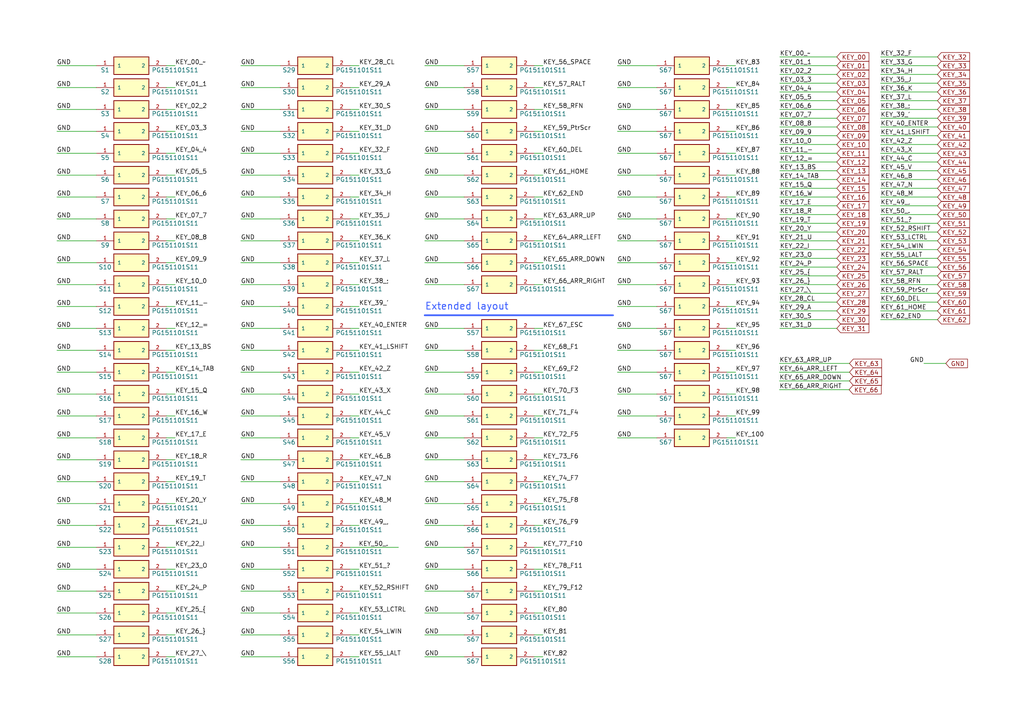
<source format=kicad_sch>
(kicad_sch (version 20230121) (generator eeschema)
  (paper "A4")
  (wire (pts (xy 101.6 31.75) (xy 104.14 31.75)))
  (wire (pts (xy 226.1862 80.01) (xy 242.6962 80.01)))
  (wire (pts (xy 226.1862 95.25) (xy 242.6962 95.25)))
  (wire (pts (xy 101.6 133.35) (xy 104.14 133.35)))
  (wire (pts (xy 226.1862 36.83) (xy 242.6962 36.83)))
  (wire (pts (xy 101.6 69.85) (xy 104.14 69.85)))
  (wire (pts (xy 16.51 165.1) (xy 27.94 165.1)))
  (wire (pts (xy 69.85 76.2) (xy 81.28 76.2)))
  (wire (pts (xy 16.51 114.3) (xy 27.94 114.3)))
  (wire (pts (xy 179.07 101.6) (xy 190.5 101.6)))
  (wire (pts (xy 101.6 63.5) (xy 104.14 63.5)))
  (wire (pts (xy 69.85 50.8) (xy 81.28 50.8)))
  (wire (pts (xy 16.51 76.2) (xy 27.94 76.2)))
  (wire (pts (xy 123.19 44.45) (xy 134.62 44.45)))
  (wire (pts (xy 154.94 50.8) (xy 157.48 50.8)))
  (wire (pts (xy 69.85 88.9) (xy 81.28 88.9)))
  (wire (pts (xy 154.94 19.05) (xy 157.48 19.05)))
  (wire (pts (xy 69.85 120.65) (xy 81.28 120.65)))
  (wire (pts (xy 123.19 101.6) (xy 134.62 101.6)))
  (wire (pts (xy 101.6 19.05) (xy 104.14 19.05)))
  (wire (pts (xy 179.07 25.4) (xy 190.5 25.4)))
  (wire (pts (xy 101.6 101.6) (xy 104.14 101.6)))
  (wire (pts (xy 154.94 57.15) (xy 157.48 57.15)))
  (wire (pts (xy 69.85 69.85) (xy 81.28 69.85)))
  (wire (pts (xy 179.07 50.8) (xy 190.5 50.8)))
  (wire (pts (xy 210.82 57.15) (xy 213.36 57.15)))
  (wire (pts (xy 255.3962 39.37) (xy 271.9062 39.37)))
  (wire (pts (xy 48.26 127) (xy 50.8 127)))
  (wire (pts (xy 123.19 63.5) (xy 134.62 63.5)))
  (wire (pts (xy 16.51 69.85) (xy 27.94 69.85)))
  (wire (pts (xy 154.94 95.25) (xy 157.48 95.25)))
  (wire (pts (xy 16.51 139.7) (xy 27.94 139.7)))
  (wire (pts (xy 48.26 69.85) (xy 50.8 69.85)))
  (wire (pts (xy 16.51 146.05) (xy 27.94 146.05)))
  (wire (pts (xy 226.1862 19.05) (xy 242.6962 19.05)))
  (wire (pts (xy 154.94 158.75) (xy 157.48 158.75)))
  (wire (pts (xy 16.51 50.8) (xy 27.94 50.8)))
  (wire (pts (xy 179.07 31.75) (xy 190.5 31.75)))
  (wire (pts (xy 69.85 63.5) (xy 81.28 63.5)))
  (wire (pts (xy 255.3962 19.05) (xy 271.9062 19.05)))
  (wire (pts (xy 48.26 120.65) (xy 50.8 120.65)))
  (wire (pts (xy 210.82 63.5) (xy 213.36 63.5)))
  (wire (pts (xy 226.1862 39.37) (xy 242.6962 39.37)))
  (wire (pts (xy 154.94 171.45) (xy 157.48 171.45)))
  (wire (pts (xy 255.3962 64.77) (xy 271.9062 64.77)))
  (wire (pts (xy 210.82 31.75) (xy 213.36 31.75)))
  (wire (pts (xy 226.1862 67.31) (xy 242.6962 67.31)))
  (wire (pts (xy 16.51 82.55) (xy 27.94 82.55)))
  (wire (pts (xy 48.26 88.9) (xy 50.8 88.9)))
  (wire (pts (xy 101.6 146.05) (xy 104.14 146.05)))
  (wire (pts (xy 69.85 139.7) (xy 81.28 139.7)))
  (wire (pts (xy 48.26 190.5) (xy 50.8 190.5)))
  (wire (pts (xy 69.85 38.1) (xy 81.28 38.1)))
  (wire (pts (xy 154.94 82.55) (xy 157.48 82.55)))
  (wire (pts (xy 101.6 57.15) (xy 104.14 57.15)))
  (wire (pts (xy 16.51 184.15) (xy 27.94 184.15)))
  (wire (pts (xy 69.85 82.55) (xy 81.28 82.55)))
  (wire (pts (xy 210.82 95.25) (xy 213.36 95.25)))
  (wire (pts (xy 101.6 76.2) (xy 104.14 76.2)))
  (wire (pts (xy 255.3962 26.67) (xy 271.9062 26.67)))
  (wire (pts (xy 255.3962 31.75) (xy 271.9062 31.75)))
  (wire (pts (xy 226.1862 90.17) (xy 242.6962 90.17)))
  (wire (pts (xy 210.82 127) (xy 213.36 127)))
  (wire (pts (xy 179.07 44.45) (xy 190.5 44.45)))
  (wire (pts (xy 210.82 114.3) (xy 213.36 114.3)))
  (wire (pts (xy 255.3962 46.99) (xy 271.9062 46.99)))
  (wire (pts (xy 48.26 101.6) (xy 50.8 101.6)))
  (wire (pts (xy 69.85 107.95) (xy 81.28 107.95)))
  (wire (pts (xy 123.19 95.25) (xy 134.62 95.25)))
  (wire (pts (xy 255.3962 41.91) (xy 271.9062 41.91)))
  (wire (pts (xy 101.6 184.15) (xy 104.14 184.15)))
  (wire (pts (xy 154.94 133.35) (xy 157.48 133.35)))
  (wire (pts (xy 226.1862 31.75) (xy 242.6962 31.75)))
  (wire (pts (xy 154.94 190.5) (xy 157.48 190.5)))
  (wire (pts (xy 226.1862 44.45) (xy 242.6962 44.45)))
  (wire (pts (xy 226.1862 46.99) (xy 242.6962 46.99)))
  (wire (pts (xy 255.3962 87.63) (xy 271.9062 87.63)))
  (wire (pts (xy 123.19 158.75) (xy 134.62 158.75)))
  (wire (pts (xy 16.51 44.45) (xy 27.94 44.45)))
  (wire (pts (xy 179.07 63.5) (xy 190.5 63.5)))
  (wire (pts (xy 69.85 133.35) (xy 81.28 133.35)))
  (wire (pts (xy 69.85 31.75) (xy 81.28 31.75)))
  (wire (pts (xy 16.51 57.15) (xy 27.94 57.15)))
  (wire (pts (xy 226.1862 41.91) (xy 242.6962 41.91)))
  (wire (pts (xy 123.19 57.15) (xy 134.62 57.15)))
  (wire (pts (xy 16.51 101.6) (xy 27.94 101.6)))
  (wire (pts (xy 226.1862 24.13) (xy 242.6962 24.13)))
  (wire (pts (xy 101.6 120.65) (xy 104.14 120.65)))
  (wire (pts (xy 48.26 44.45) (xy 50.8 44.45)))
  (wire (pts (xy 255.3962 29.21) (xy 271.9062 29.21)))
  (wire (pts (xy 16.51 152.4) (xy 27.94 152.4)))
  (wire (pts (xy 179.07 76.2) (xy 190.5 76.2)))
  (wire (pts (xy 210.82 69.85) (xy 213.36 69.85)))
  (wire (pts (xy 154.94 114.3) (xy 157.48 114.3)))
  (wire (pts (xy 101.6 114.3) (xy 104.14 114.3)))
  (wire (pts (xy 226.1862 49.53) (xy 242.6962 49.53)))
  (wire (pts (xy 255.3962 57.15) (xy 271.9062 57.15)))
  (wire (pts (xy 123.19 107.95) (xy 134.62 107.95)))
  (wire (pts (xy 154.94 44.45) (xy 157.48 44.45)))
  (wire (pts (xy 69.85 158.75) (xy 81.28 158.75)))
  (wire (pts (xy 226.1862 74.93) (xy 242.6962 74.93)))
  (wire (pts (xy 226.06 113.03) (xy 246.38 113.03)))
  (wire (pts (xy 226.1862 85.09) (xy 242.6962 85.09)))
  (wire (pts (xy 123.19 190.5) (xy 134.62 190.5)))
  (wire (pts (xy 154.94 120.65) (xy 157.48 120.65)))
  (wire (pts (xy 48.26 76.2) (xy 50.8 76.2)))
  (wire (pts (xy 226.1862 34.29) (xy 242.6962 34.29)))
  (wire (pts (xy 16.51 107.95) (xy 27.94 107.95)))
  (wire (pts (xy 255.3962 90.17) (xy 271.9062 90.17)))
  (wire (pts (xy 101.6 82.55) (xy 104.14 82.55)))
  (wire (pts (xy 48.26 19.05) (xy 50.8 19.05)))
  (wire (pts (xy 16.51 133.35) (xy 27.94 133.35)))
  (wire (pts (xy 179.07 82.55) (xy 190.5 82.55)))
  (wire (pts (xy 48.26 139.7) (xy 50.8 139.7)))
  (wire (pts (xy 101.6 165.1) (xy 104.14 165.1)))
  (wire (pts (xy 69.85 95.25) (xy 81.28 95.25)))
  (wire (pts (xy 179.07 38.1) (xy 190.5 38.1)))
  (wire (pts (xy 179.07 107.95) (xy 190.5 107.95)))
  (wire (pts (xy 154.94 31.75) (xy 157.48 31.75)))
  (wire (pts (xy 48.26 146.05) (xy 50.8 146.05)))
  (wire (pts (xy 101.6 25.4) (xy 104.14 25.4)))
  (wire (pts (xy 154.94 152.4) (xy 157.48 152.4)))
  (wire (pts (xy 179.07 57.15) (xy 190.5 57.15)))
  (wire (pts (xy 210.82 76.2) (xy 213.36 76.2)))
  (wire (pts (xy 154.94 69.85) (xy 157.48 69.85)))
  (wire (pts (xy 48.26 25.4) (xy 50.8 25.4)))
  (wire (pts (xy 255.3962 69.85) (xy 271.9062 69.85)))
  (wire (pts (xy 69.85 57.15) (xy 81.28 57.15)))
  (wire (pts (xy 123.19 76.2) (xy 134.62 76.2)))
  (wire (pts (xy 69.85 44.45) (xy 81.28 44.45)))
  (wire (pts (xy 255.3962 80.01) (xy 271.9062 80.01)))
  (wire (pts (xy 48.26 31.75) (xy 50.8 31.75)))
  (wire (pts (xy 48.26 82.55) (xy 50.8 82.55)))
  (wire (pts (xy 16.51 19.05) (xy 27.94 19.05)))
  (wire (pts (xy 226.1862 64.77) (xy 242.6962 64.77)))
  (wire (pts (xy 69.85 165.1) (xy 81.28 165.1)))
  (wire (pts (xy 16.51 127) (xy 27.94 127)))
  (wire (pts (xy 226.1862 82.55) (xy 242.6962 82.55)))
  (wire (pts (xy 123.19 50.8) (xy 134.62 50.8)))
  (wire (pts (xy 210.82 25.4) (xy 213.36 25.4)))
  (wire (pts (xy 101.6 107.95) (xy 104.14 107.95)))
  (wire (pts (xy 101.6 190.5) (xy 104.14 190.5)))
  (wire (pts (xy 179.07 88.9) (xy 190.5 88.9)))
  (wire (pts (xy 123.19 82.55) (xy 134.62 82.55)))
  (wire (pts (xy 255.3962 21.59) (xy 271.9062 21.59)))
  (wire (pts (xy 226.1862 26.67) (xy 242.6962 26.67)))
  (wire (pts (xy 154.94 184.15) (xy 157.48 184.15)))
  (wire (pts (xy 69.85 184.15) (xy 81.28 184.15)))
  (wire (pts (xy 226.1862 87.63) (xy 242.6962 87.63)))
  (wire (pts (xy 48.26 95.25) (xy 50.8 95.25)))
  (wire (pts (xy 154.94 165.1) (xy 157.48 165.1)))
  (wire (pts (xy 226.1862 72.39) (xy 242.6962 72.39)))
  (wire (pts (xy 179.07 69.85) (xy 190.5 69.85)))
  (wire (pts (xy 48.26 171.45) (xy 50.8 171.45)))
  (wire (pts (xy 255.3962 85.09) (xy 271.9062 85.09)))
  (wire (pts (xy 48.26 57.15) (xy 50.8 57.15)))
  (wire (pts (xy 48.26 107.95) (xy 50.8 107.95)))
  (wire (pts (xy 69.85 127) (xy 81.28 127)))
  (wire (pts (xy 274.32 105.41) (xy 267.97 105.41)))
  (wire (pts (xy 255.3962 74.93) (xy 271.9062 74.93)))
  (wire (pts (xy 69.85 171.45) (xy 81.28 171.45)))
  (wire (pts (xy 101.6 38.1) (xy 104.14 38.1)))
  (wire (pts (xy 48.26 63.5) (xy 50.8 63.5)))
  (wire (pts (xy 255.3962 62.23) (xy 271.9062 62.23)))
  (wire (pts (xy 123.19 177.8) (xy 134.62 177.8)))
  (wire (pts (xy 101.6 127) (xy 104.14 127)))
  (wire (pts (xy 101.6 177.8) (xy 104.14 177.8)))
  (wire (pts (xy 101.6 88.9) (xy 104.14 88.9)))
  (wire (pts (xy 123.19 31.75) (xy 134.62 31.75)))
  (wire (pts (xy 226.06 107.95) (xy 246.38 107.95)))
  (wire (pts (xy 69.85 177.8) (xy 81.28 177.8)))
  (wire (pts (xy 123.19 38.1) (xy 134.62 38.1)))
  (wire (pts (xy 154.94 76.2) (xy 157.48 76.2)))
  (wire (pts (xy 101.6 152.4) (xy 104.14 152.4)))
  (wire (pts (xy 16.51 171.45) (xy 27.94 171.45)))
  (wire (pts (xy 101.6 158.75) (xy 115.57 158.75)))
  (wire (pts (xy 48.26 50.8) (xy 50.8 50.8)))
  (wire (pts (xy 16.51 120.65) (xy 27.94 120.65)))
  (wire (pts (xy 69.85 101.6) (xy 81.28 101.6)))
  (wire (pts (xy 48.26 158.75) (xy 50.8 158.75)))
  (wire (pts (xy 226.06 105.41) (xy 246.38 105.41)))
  (wire (pts (xy 69.85 114.3) (xy 81.28 114.3)))
  (wire (pts (xy 226.1862 62.23) (xy 242.6962 62.23)))
  (wire (pts (xy 226.1862 92.71) (xy 242.6962 92.71)))
  (wire (pts (xy 48.26 38.1) (xy 50.8 38.1)))
  (wire (pts (xy 48.26 152.4) (xy 50.8 152.4)))
  (wire (pts (xy 226.1862 21.59) (xy 242.6962 21.59)))
  (wire (pts (xy 101.6 95.25) (xy 104.14 95.25)))
  (wire (pts (xy 226.1862 29.21) (xy 242.6962 29.21)))
  (wire (pts (xy 226.1862 52.07) (xy 242.6962 52.07)))
  (wire (pts (xy 101.6 50.8) (xy 104.14 50.8)))
  (wire (pts (xy 179.07 127) (xy 190.5 127)))
  (wire (pts (xy 69.85 152.4) (xy 81.28 152.4)))
  (wire (pts (xy 123.19 25.4) (xy 134.62 25.4)))
  (wire (pts (xy 101.6 139.7) (xy 104.14 139.7)))
  (wire (pts (xy 179.07 120.65) (xy 190.5 120.65)))
  (wire (pts (xy 123.19 184.15) (xy 134.62 184.15)))
  (wire (pts (xy 255.3962 36.83) (xy 271.9062 36.83)))
  (wire (pts (xy 154.94 146.05) (xy 157.48 146.05)))
  (wire (pts (xy 210.82 19.05) (xy 213.36 19.05)))
  (wire (pts (xy 123.19 139.7) (xy 134.62 139.7)))
  (wire (pts (xy 69.85 190.5) (xy 81.28 190.5)))
  (wire (pts (xy 123.19 146.05) (xy 134.62 146.05)))
  (wire (pts (xy 210.82 82.55) (xy 213.36 82.55)))
  (wire (pts (xy 16.51 25.4) (xy 27.94 25.4)))
  (wire (pts (xy 48.26 165.1) (xy 50.8 165.1)))
  (wire (pts (xy 210.82 88.9) (xy 213.36 88.9)))
  (wire (pts (xy 226.1862 54.61) (xy 242.6962 54.61)))
  (wire (pts (xy 48.26 184.15) (xy 50.8 184.15)))
  (wire (pts (xy 154.94 139.7) (xy 157.48 139.7)))
  (wire (pts (xy 255.3962 59.69) (xy 271.9062 59.69)))
  (wire (pts (xy 210.82 107.95) (xy 213.36 107.95)))
  (wire (pts (xy 255.3962 16.51) (xy 271.9062 16.51)))
  (wire (pts (xy 154.94 127) (xy 157.48 127)))
  (wire (pts (xy 179.07 114.3) (xy 190.5 114.3)))
  (wire (pts (xy 255.3962 67.31) (xy 271.9062 67.31)))
  (wire (pts (xy 210.82 38.1) (xy 213.36 38.1)))
  (wire (pts (xy 123.19 127) (xy 134.62 127)))
  (wire (pts (xy 210.82 101.6) (xy 213.36 101.6)))
  (wire (pts (xy 16.51 31.75) (xy 27.94 31.75)))
  (wire (pts (xy 16.51 95.25) (xy 27.94 95.25)))
  (wire (pts (xy 16.51 158.75) (xy 27.94 158.75)))
  (wire (pts (xy 210.82 120.65) (xy 213.36 120.65)))
  (wire (pts (xy 226.1862 16.51) (xy 242.6962 16.51)))
  (wire (pts (xy 179.07 19.05) (xy 190.5 19.05)))
  (wire (pts (xy 69.85 19.05) (xy 81.28 19.05)))
  (wire (pts (xy 255.3962 77.47) (xy 271.9062 77.47)))
  (wire (pts (xy 48.26 177.8) (xy 50.8 177.8)))
  (wire (pts (xy 154.94 177.8) (xy 157.48 177.8)))
  (wire (pts (xy 255.3962 24.13) (xy 271.9062 24.13)))
  (wire (pts (xy 255.3962 92.71) (xy 271.9062 92.71)))
  (wire (pts (xy 123.19 133.35) (xy 134.62 133.35)))
  (wire (pts (xy 16.51 88.9) (xy 27.94 88.9)))
  (wire (pts (xy 154.94 107.95) (xy 157.48 107.95)))
  (wire (pts (xy 154.94 101.6) (xy 157.48 101.6)))
  (wire (pts (xy 255.3962 52.07) (xy 271.9062 52.07)))
  (wire (pts (xy 255.3962 72.39) (xy 271.9062 72.39)))
  (wire (pts (xy 101.6 44.45) (xy 104.14 44.45)))
  (wire (pts (xy 226.1862 57.15) (xy 242.6962 57.15)))
  (wire (pts (xy 123.19 152.4) (xy 134.62 152.4)))
  (wire (pts (xy 123.19 165.1) (xy 134.62 165.1)))
  (wire (pts (xy 101.6 171.45) (xy 104.14 171.45)))
  (wire (pts (xy 255.3962 34.29) (xy 271.9062 34.29)))
  (wire (pts (xy 210.82 44.45) (xy 213.36 44.45)))
  (wire (pts (xy 226.1862 59.69) (xy 242.6962 59.69)))
  (wire (pts (xy 179.07 95.25) (xy 190.5 95.25)))
  (wire (pts (xy 226.06 110.49) (xy 246.38 110.49)))
  (wire (pts (xy 16.51 190.5) (xy 27.94 190.5)))
  (wire (pts (xy 123.19 120.65) (xy 134.62 120.65)))
  (wire (pts (xy 226.1862 77.47) (xy 242.6962 77.47)))
  (wire (pts (xy 48.26 133.35) (xy 50.8 133.35)))
  (wire (pts (xy 48.26 114.3) (xy 50.8 114.3)))
  (wire (pts (xy 154.94 63.5) (xy 157.48 63.5)))
  (wire (pts (xy 255.3962 49.53) (xy 271.9062 49.53)))
  (wire (pts (xy 210.82 50.8) (xy 213.36 50.8)))
  (wire (pts (xy 123.19 114.3) (xy 134.62 114.3)))
  (wire (pts (xy 154.94 25.4) (xy 157.48 25.4)))
  (wire (pts (xy 255.3962 82.55) (xy 271.9062 82.55)))
  (wire (pts (xy 16.51 38.1) (xy 27.94 38.1)))
  (wire (pts (xy 154.94 38.1) (xy 157.48 38.1)))
  (wire (pts (xy 255.3962 44.45) (xy 271.9062 44.45)))
  (wire (pts (xy 123.19 69.85) (xy 134.62 69.85)))
  (wire (pts (xy 69.85 25.4) (xy 81.28 25.4)))
  (wire (pts (xy 255.3962 54.61) (xy 271.9062 54.61)))
  (wire (pts (xy 16.51 63.5) (xy 27.94 63.5)))
  (wire (pts (xy 123.19 19.05) (xy 134.62 19.05)))
  (wire (pts (xy 16.51 177.8) (xy 27.94 177.8)))
  (wire (pts (xy 226.1862 69.85) (xy 242.6962 69.85)))
  (wire (pts (xy 123.19 171.45) (xy 134.62 171.45)))
  (wire (pts (xy 69.85 146.05) (xy 81.28 146.05)))
  (rectangle (start 123.19 91.44) (end 177.8 91.44) (stroke (width 0.5) (color 59 93 255 1)))
  (text "Extended layout" (at 123.19 90.17 0) (effects (font (size 2 2) (thickness 0.254) bold) (justify left bottom)))
  (label "KEY_06_6" (at 50.8 57.15 0))
  (label "KEY_69_F2" (at 157.48 107.95 0))
  (label "KEY_43_X" (at 104.14 114.3 0))
  (label "KEY_30_S" (at 104.14 31.75 0))
  (label "KEY_40_ENTER" (at 104.14 95.25 0))
  (label "KEY_40_ENTER" (at 255.3962 36.83 0))
  (label "GND" (at 16.51 31.75 0))
  (label "GND" (at 69.85 146.05 0))
  (label "KEY_59_PtrScr" (at 255.3962 85.09 0))
  (label "KEY_53_LCTRL" (at 255.3962 69.85 0))
  (label "KEY_45_V" (at 104.14 127 0))
  (label "GND" (at 123.19 31.75 0))
  (label "GND" (at 69.85 95.25 0))
  (label "KEY_01_1" (at 50.8 25.4 0))
  (label "GND" (at 69.85 82.55 0))
  (label "KEY_52_RSHIFT" (at 104.14 171.45 0))
  (label "GND" (at 69.85 120.65 0))
  (label "KEY_54_LWIN" (at 255.3962 72.39 0))
  (label "KEY_45_V" (at 255.3962 49.53 0))
  (label "KEY_41_LSHIFT" (at 104.14 101.6 0))
  (label "GND" (at 69.85 38.1 0))
  (label "GND" (at 69.85 184.15 0))
  (label "GND" (at 179.07 50.8 0))
  (label "GND" (at 69.85 25.4 0))
  (label "KEY_33_G" (at 255.3962 19.05 0))
  (label "GND" (at 123.19 38.1 0))
  (label "GND" (at 16.51 44.45 0))
  (label "KEY_60_DEL" (at 255.3962 87.63 0))
  (label "GND" (at 123.19 69.85 0))
  (label "KEY_55_LALT" (at 104.14 190.5 0))
  (label "GND" (at 123.19 114.3 0))
  (label "GND" (at 16.51 171.45 0))
  (label "GND" (at 16.51 95.25 0))
  (label "KEY_58_RFN" (at 255.3962 82.55 0))
  (label "KEY_12_=" (at 50.8 95.25 0))
  (label "KEY_83" (at 213.36 19.05 0))
  (label "KEY_10_0" (at 226.1862 41.91 0))
  (label "KEY_56_SPACE" (at 157.48 19.05 0))
  (label "GND" (at 123.19 127 0))
  (label "KEY_23_O" (at 50.8 165.1 0))
  (label "GND" (at 16.51 158.75 0))
  (label "GND" (at 16.51 165.1 0))
  (label "KEY_46_B" (at 255.3962 52.07 0))
  (label "GND" (at 69.85 76.2 0))
  (label "KEY_46_B" (at 104.14 133.35 0))
  (label "KEY_66_ARR_RIGHT" (at 157.48 82.55 0))
  (label "KEY_24_P" (at 226.1862 77.47 0))
  (label "KEY_20_Y" (at 226.1862 67.31 0))
  (label "KEY_53_LCTRL" (at 104.14 177.8 0))
  (label "KEY_61_HOME" (at 255.3962 90.17 0))
  (label "KEY_03_3" (at 226.1862 24.13 0))
  (label "GND" (at 123.19 95.25 0))
  (label "KEY_67_ESC" (at 157.48 95.25 0))
  (label "GND" (at 69.85 101.6 0))
  (label "GND" (at 179.07 44.45 0))
  (label "GND" (at 69.85 152.4 0))
  (label "KEY_24_P" (at 50.8 171.45 0))
  (label "KEY_33_G" (at 104.14 50.8 0))
  (label "GND" (at 123.19 158.75 0))
  (label "KEY_79_F12" (at 157.48 171.45 0))
  (label "KEY_25_{" (at 50.8 177.8 0))
  (label "KEY_61_HOME" (at 157.48 50.8 0))
  (label "GND" (at 123.19 19.05 0))
  (label "KEY_62_END" (at 255.3962 92.71 0))
  (label "KEY_08_8" (at 50.8 69.85 0))
  (label "GND" (at 16.51 139.7 0))
  (label "KEY_27_\\" (at 50.8 190.5 0))
  (label "KEY_16_W" (at 226.1862 57.15 0))
  (label "GND" (at 123.19 50.8 0))
  (label "KEY_64_ARR_LEFT" (at 226.06 107.95 0))
  (label "KEY_26_}" (at 50.8 184.15 0))
  (label "KEY_39_'" (at 104.14 88.9 0))
  (label "KEY_82" (at 157.48 190.5 0))
  (label "GND" (at 123.19 152.4 0))
  (label "GND" (at 69.85 165.1 0))
  (label "KEY_90" (at 213.36 63.5 0))
  (label "KEY_73_F6" (at 157.48 133.35 0))
  (label "KEY_13_BS" (at 226.1862 49.53 0))
  (label "KEY_50_." (at 104.0138 158.75 0))
  (label "KEY_78_F11" (at 157.48 165.1 0))
  (label "KEY_17_E" (at 226.1862 59.69 0))
  (label "GND" (at 16.51 101.6 0))
  (label "KEY_03_3" (at 50.8 38.1 0))
  (label "KEY_74_F7" (at 157.48 139.7 0))
  (label "KEY_18_R" (at 50.8 133.35 0))
  (label "KEY_14_TAB" (at 50.8 107.95 0))
  (label "KEY_07_7" (at 50.8 63.5 0))
  (label "KEY_95" (at 213.36 95.25 0))
  (label "GND" (at 69.85 88.9 0))
  (label "KEY_21_U" (at 226.1862 69.85 0))
  (label "GND" (at 16.51 146.05 0))
  (label "KEY_93" (at 213.36 82.55 0))
  (label "GND" (at 16.51 152.4 0))
  (label "GND" (at 16.51 114.3 0))
  (label "KEY_57_RALT" (at 157.48 25.4 0))
  (label "GND" (at 179.07 25.4 0))
  (label "GND" (at 69.85 63.5 0))
  (label "KEY_08_8" (at 226.1862 36.83 0))
  (label "KEY_54_LWIN" (at 104.14 184.15 0))
  (label "KEY_15_Q" (at 50.8 114.3 0))
  (label "KEY_87" (at 213.36 44.45 0))
  (label "KEY_48_M" (at 104.14 146.05 0))
  (label "GND" (at 123.19 44.45 0))
  (label "KEY_16_W" (at 50.8 120.65 0))
  (label "GND" (at 123.19 76.2 0))
  (label "KEY_25_{" (at 226.1862 80.01 0))
  (label "KEY_44_C" (at 104.14 120.65 0))
  (label "GND" (at 179.07 69.85 0))
  (label "KEY_58_RFN" (at 157.48 31.75 0))
  (label "GND" (at 123.19 82.55 0))
  (label "GND" (at 69.85 44.45 0))
  (label "GND" (at 16.51 190.5 0))
  (label "GND" (at 69.85 133.35 0))
  (label "GND" (at 69.85 177.8 0))
  (label "GND" (at 69.85 50.8 0))
  (label "KEY_81" (at 157.48 184.15 0))
  (label "KEY_86" (at 213.36 38.1 0))
  (label "KEY_11_-" (at 50.8 88.9 0))
  (label "GND" (at 16.51 69.85 0))
  (label "GND" (at 123.19 25.4 0))
  (label "GND" (at 179.07 101.6 0))
  (label "GND" (at 179.07 120.65 0))
  (label "GND" (at 123.19 190.5 0))
  (label "KEY_29_A" (at 104.14 25.4 0))
  (label "KEY_99" (at 213.36 120.65 0))
  (label "KEY_37_L" (at 104.14 76.2 0))
  (label "KEY_31_D" (at 104.14 38.1 0))
  (label "KEY_09_9" (at 226.1862 39.37 0))
  (label "GND" (at 179.07 82.55 0))
  (label "GND" (at 69.85 31.75 0))
  (label "KEY_23_O" (at 226.1862 74.93 0))
  (label "GND" (at 69.85 127 0))
  (label "KEY_66_ARR_RIGHT" (at 226.06 113.03 0))
  (label "KEY_94" (at 213.36 88.9 0))
  (label "GND" (at 123.19 63.5 0))
  (label "GND" (at 179.07 107.95 0))
  (label "KEY_60_DEL" (at 157.48 44.45 0))
  (label "KEY_51_?" (at 255.3962 64.77 0))
  (label "KEY_63_ARR_UP" (at 226.06 105.41 0))
  (label "KEY_19_T" (at 50.8 139.7 0))
  (label "GND" (at 16.51 25.4 0))
  (label "GND" (at 179.07 38.1 0))
  (label "GND" (at 16.51 50.8 0))
  (label "KEY_30_S" (at 226.1862 92.71 0))
  (label "KEY_27_\\" (at 226.1862 85.09 0))
  (label "GND" (at 123.19 120.65 0))
  (label "KEY_97" (at 213.36 107.95 0))
  (label "GND" (at 123.19 165.1 0))
  (label "GND" (at 69.85 139.7 0))
  (label "GND" (at 16.51 120.65 0))
  (label "GND" (at 123.19 184.15 0))
  (label "GND" (at 179.07 19.05 0))
  (label "KEY_39_'" (at 255.3962 34.29 0))
  (label "GND" (at 69.85 171.45 0))
  (label "GND" (at 179.07 88.9 0))
  (label "KEY_89" (at 213.36 57.15 0))
  (label "KEY_05_5" (at 50.8 50.8 0))
  (label "GND" (at 16.51 107.95 0))
  (label "KEY_05_5" (at 226.1862 29.21 0))
  (label "KEY_38_;" (at 104.14 82.55 0))
  (label "KEY_15_Q" (at 226.1862 54.61 0))
  (label "KEY_34_H" (at 255.3962 21.59 0))
  (label "KEY_17_E" (at 50.8 127 0))
  (label "KEY_57_RALT" (at 255.3962 80.01 0))
  (label "KEY_42_Z" (at 255.3962 41.91 0))
  (label "GND" (at 69.85 19.05 0))
  (label "GND" (at 69.85 69.85 0))
  (label "KEY_11_-" (at 226.1862 44.45 0))
  (label "GND" (at 16.51 57.15 0))
  (label "KEY_32_F" (at 255.3962 16.51 0))
  (label "KEY_41_LSHIFT" (at 255.3962 39.37 0))
  (label "KEY_80" (at 157.48 177.8 0))
  (label "GND" (at 179.07 57.15 0))
  (label "KEY_38_;" (at 255.3962 31.75 0))
  (label "KEY_19_T" (at 226.1862 64.77 0))
  (label "GND" (at 267.97 105.41 180))
  (label "GND" (at 16.51 133.35 0))
  (label "KEY_50_." (at 255.3962 62.23 0))
  (label "KEY_51_?" (at 104.14 165.1 0))
  (label "KEY_26_}" (at 226.1862 82.55 0))
  (label "KEY_47_N" (at 104.14 139.7 0))
  (label "KEY_09_9" (at 50.8 76.2 0))
  (label "KEY_37_L" (at 255.3962 29.21 0))
  (label "GND" (at 123.19 171.45 0))
  (label "KEY_18_R" (at 226.1862 62.23 0))
  (label "KEY_20_Y" (at 50.8 146.05 0))
  (label "GND" (at 179.07 63.5 0))
  (label "KEY_70_F3" (at 157.48 114.3 0))
  (label "KEY_59_PtrScr" (at 157.48 38.1 0))
  (label "KEY_07_7" (at 226.1862 34.29 0))
  (label "KEY_77_F10" (at 157.48 158.75 0))
  (label "KEY_28_CL" (at 104.14 19.05 0))
  (label "GND" (at 179.07 114.3 0))
  (label "KEY_36_K" (at 104.14 69.85 0))
  (label "KEY_85" (at 213.36 31.75 0))
  (label "KEY_84" (at 213.36 25.4 0))
  (label "KEY_12_=" (at 226.1862 46.99 0))
  (label "KEY_64_ARR_LEFT" (at 157.48 69.85 0))
  (label "KEY_43_X" (at 255.3962 44.45 0))
  (label "KEY_44_C" (at 255.3962 46.99 0))
  (label "KEY_98" (at 213.36 114.3 0))
  (label "GND" (at 179.07 127 0))
  (label "GND" (at 16.51 127 0))
  (label "GND" (at 69.85 158.75 0))
  (label "KEY_76_F9" (at 157.48 152.4 0))
  (label "GND" (at 69.85 57.15 0))
  (label "GND" (at 123.19 101.6 0))
  (label "KEY_02_2" (at 50.8 31.75 0))
  (label "KEY_34_H" (at 104.14 57.15 0))
  (label "KEY_10_0" (at 50.8 82.55 0))
  (label "KEY_63_ARR_UP" (at 157.48 63.5 0))
  (label "KEY_04_4" (at 50.8 44.45 0))
  (label "KEY_52_RSHIFT" (at 255.3962 67.31 0))
  (label "KEY_00_~" (at 50.8 19.05 0))
  (label "KEY_75_F8" (at 157.48 146.05 0))
  (label "KEY_91" (at 213.36 69.85 0))
  (label "KEY_21_U" (at 50.8 152.4 0))
  (label "KEY_55_LALT" (at 255.3962 74.93 0))
  (label "KEY_49_," (at 104.14 152.4 0))
  (label "KEY_88" (at 213.36 50.8 0))
  (label "GND" (at 16.51 76.2 0))
  (label "GND" (at 179.07 31.75 0))
  (label "GND" (at 69.85 190.5 0))
  (label "KEY_48_M" (at 255.3962 57.15 0))
  (label "GND" (at 16.51 82.55 0))
  (label "KEY_49_," (at 255.3962 59.69 0))
  (label "KEY_35_J" (at 255.3962 24.13 0))
  (label "GND" (at 179.07 95.25 0))
  (label "GND" (at 179.07 76.2 0))
  (label "KEY_56_SPACE" (at 255.3962 77.47 0))
  (label "KEY_68_F1" (at 157.48 101.6 0))
  (label "KEY_35_J" (at 104.14 63.5 0))
  (label "KEY_22_I" (at 226.1862 72.39 0))
  (label "KEY_96" (at 213.36 101.6 0))
  (label "KEY_65_ARR_DOWN" (at 226.06 110.49 0))
  (label "KEY_29_A" (at 226.1862 90.17 0))
  (label "KEY_02_2" (at 226.1862 21.59 0))
  (label "KEY_22_I" (at 50.8 158.75 0))
  (label "KEY_00_~" (at 226.1862 16.51 0))
  (label "KEY_04_4" (at 226.1862 26.67 0))
  (label "KEY_72_F5" (at 157.48 127 0))
  (label "KEY_36_K" (at 255.3962 26.67 0))
  (label "KEY_71_F4" (at 157.48 120.65 0))
  (label "GND" (at 16.51 88.9 0))
  (label "KEY_31_D" (at 226.1862 95.25 0))
  (label "KEY_28_CL" (at 226.06 87.63 0))
  (label "GND" (at 123.19 107.95 0))
  (label "KEY_62_END" (at 157.48 57.15 0))
  (label "KEY_100" (at 213.36 127 0))
  (label "KEY_42_Z" (at 104.14 107.95 0))
  (label "GND" (at 123.19 146.05 0))
  (label "GND" (at 69.85 114.3 0))
  (label "GND" (at 123.19 57.15 0))
  (label "GND" (at 69.85 107.95 0))
  (label "KEY_13_BS" (at 50.8 101.6 0))
  (label "GND" (at 16.51 63.5 0))
  (label "KEY_92" (at 213.36 76.2 0))
  (label "KEY_65_ARR_DOWN" (at 157.48 76.2 0))
  (label "KEY_47_N" (at 255.3962 54.61 0))
  (label "KEY_01_1" (at 226.1862 19.05 0))
  (label "KEY_14_TAB" (at 226.1862 52.07 0))
  (label "GND" (at 16.51 177.8 0))
  (label "GND" (at 123.19 139.7 0))
  (label "GND" (at 123.19 177.8 0))
  (label "GND" (at 16.51 19.05 0))
  (label "GND" (at 16.51 184.15 0))
  (label "KEY_06_6" (at 226.1862 31.75 0))
  (label "GND" (at 16.51 38.1 0))
  (label "GND" (at 123.19 133.35 0))
  (label "KEY_32_F" (at 104.14 44.45 0))
  (global_label "KEY_29" (shape input) (at 242.6962 90.17 0) (property "Intersheetrefs" "${INTERSHEET_REFS}" (effects hide)))
  (global_label "KEY_12" (shape input) (at 242.6962 46.99 0) (property "Intersheetrefs" "${INTERSHEET_REFS}" (effects hide)))
  (global_label "KEY_28" (shape input) (at 242.6962 87.63 0) (property "Intersheetrefs" "${INTERSHEET_REFS}" (effects hide)))
  (global_label "KEY_08" (shape input) (at 242.6962 36.83 0) (property "Intersheetrefs" "${INTERSHEET_REFS}" (effects hide)))
  (global_label "KEY_14" (shape input) (at 242.6962 52.07 0) (property "Intersheetrefs" "${INTERSHEET_REFS}" (effects hide)))
  (global_label "KEY_54" (shape input) (at 271.9062 72.39 0) (property "Intersheetrefs" "${INTERSHEET_REFS}" (effects hide)))
  (global_label "KEY_26" (shape input) (at 242.6962 82.55 0) (property "Intersheetrefs" "${INTERSHEET_REFS}" (effects hide)))
  (global_label "KEY_22" (shape input) (at 242.6962 72.39 0) (property "Intersheetrefs" "${INTERSHEET_REFS}" (effects hide)))
  (global_label "KEY_06" (shape input) (at 242.6962 31.75 0) (property "Intersheetrefs" "${INTERSHEET_REFS}" (effects hide)))
  (global_label "KEY_51" (shape input) (at 271.9062 64.77 0) (property "Intersheetrefs" "${INTERSHEET_REFS}" (effects hide)))
  (global_label "KEY_31" (shape input) (at 242.6962 95.25 0) (property "Intersheetrefs" "${INTERSHEET_REFS}" (effects hide)))
  (global_label "KEY_11" (shape input) (at 242.6962 44.45 0) (property "Intersheetrefs" "${INTERSHEET_REFS}" (effects hide)))
  (global_label "KEY_20" (shape input) (at 242.6962 67.31 0) (property "Intersheetrefs" "${INTERSHEET_REFS}" (effects hide)))
  (global_label "KEY_47" (shape input) (at 271.9062 54.61 0) (property "Intersheetrefs" "${INTERSHEET_REFS}" (effects hide)))
  (global_label "KEY_27" (shape input) (at 242.6962 85.09 0) (property "Intersheetrefs" "${INTERSHEET_REFS}" (effects hide)))
  (global_label "KEY_01" (shape input) (at 242.6962 19.05 0) (property "Intersheetrefs" "${INTERSHEET_REFS}" (effects hide)))
  (global_label "KEY_53" (shape input) (at 271.9062 69.85 0) (property "Intersheetrefs" "${INTERSHEET_REFS}" (effects hide)))
  (global_label "KEY_40" (shape input) (at 271.9062 36.83 0) (property "Intersheetrefs" "${INTERSHEET_REFS}" (effects hide)))
  (global_label "KEY_16" (shape input) (at 242.6962 57.15 0) (property "Intersheetrefs" "${INTERSHEET_REFS}" (effects hide)))
  (global_label "KEY_44" (shape input) (at 271.9062 46.99 0) (property "Intersheetrefs" "${INTERSHEET_REFS}" (effects hide)))
  (global_label "KEY_59" (shape input) (at 271.9062 85.09 0) (property "Intersheetrefs" "${INTERSHEET_REFS}" (effects hide)))
  (global_label "KEY_60" (shape input) (at 271.9062 87.63 0) (property "Intersheetrefs" "${INTERSHEET_REFS}" (effects hide)))
  (global_label "KEY_15" (shape input) (at 242.6962 54.61 0) (property "Intersheetrefs" "${INTERSHEET_REFS}" (effects hide)))
  (global_label "KEY_64" (shape input) (at 246.38 107.95 0) (property "Intersheetrefs" "${INTERSHEET_REFS}" (effects hide)))
  (global_label "KEY_52" (shape input) (at 271.9062 67.31 0) (property "Intersheetrefs" "${INTERSHEET_REFS}" (effects hide)))
  (global_label "KEY_19" (shape input) (at 242.6962 64.77 0) (property "Intersheetrefs" "${INTERSHEET_REFS}" (effects hide)))
  (global_label "KEY_10" (shape input) (at 242.6962 41.91 0) (property "Intersheetrefs" "${INTERSHEET_REFS}" (effects hide)))
  (global_label "KEY_62" (shape input) (at 271.9062 92.71 0) (property "Intersheetrefs" "${INTERSHEET_REFS}" (effects hide)))
  (global_label "KEY_13" (shape input) (at 242.6962 49.53 0) (property "Intersheetrefs" "${INTERSHEET_REFS}" (effects hide)))
  (global_label "KEY_36" (shape input) (at 271.9062 26.67 0) (property "Intersheetrefs" "${INTERSHEET_REFS}" (effects hide)))
  (global_label "KEY_25" (shape input) (at 242.6962 80.01 0) (property "Intersheetrefs" "${INTERSHEET_REFS}" (effects hide)))
  (global_label "KEY_37" (shape input) (at 271.9062 29.21 0) (property "Intersheetrefs" "${INTERSHEET_REFS}" (effects hide)))
  (global_label "KEY_46" (shape input) (at 271.9062 52.07 0) (property "Intersheetrefs" "${INTERSHEET_REFS}" (effects hide)))
  (global_label "KEY_04" (shape input) (at 242.6962 26.67 0) (property "Intersheetrefs" "${INTERSHEET_REFS}" (effects hide)))
  (global_label "KEY_58" (shape input) (at 271.9062 82.55 0) (property "Intersheetrefs" "${INTERSHEET_REFS}" (effects hide)))
  (global_label "KEY_18" (shape input) (at 242.6962 62.23 0) (property "Intersheetrefs" "${INTERSHEET_REFS}" (effects hide)))
  (global_label "KEY_23" (shape input) (at 242.6962 74.93 0) (property "Intersheetrefs" "${INTERSHEET_REFS}" (effects hide)))
  (global_label "KEY_57" (shape input) (at 271.9062 80.01 0) (property "Intersheetrefs" "${INTERSHEET_REFS}" (effects hide)))
  (global_label "KEY_42" (shape input) (at 271.9062 41.91 0) (property "Intersheetrefs" "${INTERSHEET_REFS}" (effects hide)))
  (global_label "KEY_32" (shape input) (at 271.9062 16.51 0) (property "Intersheetrefs" "${INTERSHEET_REFS}" (effects hide)))
  (global_label "KEY_00" (shape input) (at 242.6962 16.51 0) (property "Intersheetrefs" "${INTERSHEET_REFS}" (effects hide)))
  (global_label "KEY_24" (shape input) (at 242.6962 77.47 0) (property "Intersheetrefs" "${INTERSHEET_REFS}" (effects hide)))
  (global_label "KEY_38" (shape input) (at 271.9062 31.75 0) (property "Intersheetrefs" "${INTERSHEET_REFS}" (effects hide)))
  (global_label "KEY_48" (shape input) (at 271.9062 57.15 0) (property "Intersheetrefs" "${INTERSHEET_REFS}" (effects hide)))
  (global_label "KEY_55" (shape input) (at 271.9062 74.93 0) (property "Intersheetrefs" "${INTERSHEET_REFS}" (effects hide)))
  (global_label "KEY_09" (shape input) (at 242.6962 39.37 0) (property "Intersheetrefs" "${INTERSHEET_REFS}" (effects hide)))
  (global_label "KEY_41" (shape input) (at 271.9062 39.37 0) (property "Intersheetrefs" "${INTERSHEET_REFS}" (effects hide)))
  (global_label "KEY_43" (shape input) (at 271.9062 44.45 0) (property "Intersheetrefs" "${INTERSHEET_REFS}" (effects hide)))
  (global_label "KEY_17" (shape input) (at 242.6962 59.69 0) (property "Intersheetrefs" "${INTERSHEET_REFS}" (effects hide)))
  (global_label "KEY_03" (shape input) (at 242.6962 24.13 0) (property "Intersheetrefs" "${INTERSHEET_REFS}" (effects hide)))
  (global_label "KEY_50" (shape input) (at 271.9062 62.23 0) (property "Intersheetrefs" "${INTERSHEET_REFS}" (effects hide)))
  (global_label "KEY_61" (shape input) (at 271.9062 90.17 0) (property "Intersheetrefs" "${INTERSHEET_REFS}" (effects hide)))
  (global_label "KEY_66" (shape input) (at 246.2701 113.03 0) (property "Intersheetrefs" "${INTERSHEET_REFS}" (effects hide)))
  (global_label "KEY_39" (shape input) (at 271.9062 34.29 0) (property "Intersheetrefs" "${INTERSHEET_REFS}" (effects hide)))
  (global_label "KEY_05" (shape input) (at 242.6962 29.21 0) (property "Intersheetrefs" "${INTERSHEET_REFS}" (effects hide)))
  (global_label "KEY_65" (shape input) (at 246.38 110.49 0) (property "Intersheetrefs" "${INTERSHEET_REFS}" (effects hide)))
  (global_label "KEY_56" (shape input) (at 271.9062 77.47 0) (property "Intersheetrefs" "${INTERSHEET_REFS}" (effects hide)))
  (global_label "KEY_49" (shape input) (at 271.9062 59.69 0) (property "Intersheetrefs" "${INTERSHEET_REFS}" (effects hide)))
  (global_label "KEY_33" (shape input) (at 271.9062 19.05 0) (property "Intersheetrefs" "${INTERSHEET_REFS}" (effects hide)))
  (global_label "KEY_02" (shape input) (at 242.6962 21.59 0) (property "Intersheetrefs" "${INTERSHEET_REFS}" (effects hide)))
  (global_label "KEY_30" (shape input) (at 242.6962 92.71 0) (property "Intersheetrefs" "${INTERSHEET_REFS}" (effects hide)))
  (global_label "KEY_07" (shape input) (at 242.6962 34.29 0) (property "Intersheetrefs" "${INTERSHEET_REFS}" (effects hide)))
  (global_label "KEY_35" (shape input) (at 271.9062 24.13 0) (property "Intersheetrefs" "${INTERSHEET_REFS}" (effects hide)))
  (global_label "KEY_45" (shape input) (at 271.9062 49.53 0) (property "Intersheetrefs" "${INTERSHEET_REFS}" (effects hide)))
  (global_label "GND" (shape input) (at 274.32 105.41 0) (property "Intersheetrefs" "${INTERSHEET_REFS}" (effects hide)))
  (global_label "KEY_63" (shape input) (at 246.38 105.41 0) (property "Intersheetrefs" "${INTERSHEET_REFS}" (effects hide)))
  (global_label "KEY_21" (shape input) (at 242.6962 69.85 0) (property "Intersheetrefs" "${INTERSHEET_REFS}" (effects hide)))
  (global_label "KEY_34" (shape input) (at 271.9062 21.59 0) (property "Intersheetrefs" "${INTERSHEET_REFS}" (effects hide)))
  (symbol (lib_id "PG151101S11:PG151101S11") (at 200.66 114.3 0) (unit 1)
    (property "Reference" "S67" (at 193.04 115.57 0))
    (property "Value" "PG151101S11" (at 213.36 115.57 0))
    (property "Footprint" "Button_Switch_Keyboard:SW_Cherry_MX_1.00u_PCB" (effects hide))
    (property "PARTREV" "A" (effects hide))
    (property "MANUFACTURER" "Kailh" (effects hide))
    (property "MAXIMUM_PACKAGE_HEIGHT" "1.95 mm" (effects hide))
    (property "STANDARD" "Manufacturer Recommendations" (effects hide))
    (instances (project "keyboard" (path "" (reference "S67") (unit 1)) (path "" (reference "S99") (unit 1))))
  )
  (symbol (lib_id "PG151101S11:PG151101S11") (at 38.1 190.5 0) (unit 1)
    (property "Reference" "S28" (at 30.48 191.77 0))
    (property "Value" "PG151101S11" (at 50.8 191.77 0))
    (property "Footprint" "Button_Switch_Keyboard:SW_Cherry_MX_1.50u_PCB" (effects hide))
    (property "PARTREV" "A" (effects hide))
    (property "MANUFACTURER" "Kailh" (effects hide))
    (property "MAXIMUM_PACKAGE_HEIGHT" "1.95 mm" (effects hide))
    (property "STANDARD" "Manufacturer Recommendations" (effects hide))
  )
  (symbol (lib_id "PG151101S11:PG151101S11") (at 200.66 69.85 0) (unit 1)
    (property "Reference" "S67" (at 193.04 71.12 0))
    (property "Value" "PG151101S11" (at 213.36 71.12 0))
    (property "Footprint" "Button_Switch_Keyboard:SW_Cherry_MX_1.00u_PCB" (effects hide))
    (property "PARTREV" "A" (effects hide))
    (property "MANUFACTURER" "Kailh" (effects hide))
    (property "MAXIMUM_PACKAGE_HEIGHT" "1.95 mm" (effects hide))
    (property "STANDARD" "Manufacturer Recommendations" (effects hide))
    (instances (project "keyboard" (path "" (reference "S67") (unit 1)) (path "" (reference "S92") (unit 1))))
  )
  (symbol (lib_id "PG151101S11:PG151101S11") (at 200.66 63.5 0) (unit 1)
    (property "Reference" "S67" (at 193.04 64.77 0))
    (property "Value" "PG151101S11" (at 213.36 64.77 0))
    (property "Footprint" "Button_Switch_Keyboard:SW_Cherry_MX_1.00u_PCB" (effects hide))
    (property "PARTREV" "A" (effects hide))
    (property "MANUFACTURER" "Kailh" (effects hide))
    (property "MAXIMUM_PACKAGE_HEIGHT" "1.95 mm" (effects hide))
    (property "STANDARD" "Manufacturer Recommendations" (effects hide))
    (instances (project "keyboard" (path "" (reference "S67") (unit 1)) (path "" (reference "S91") (unit 1))))
  )
  (symbol (lib_id "PG151101S11:PG151101S11") (at 91.44 152.4 0) (unit 1)
    (property "Reference" "S50" (at 83.82 153.67 0))
    (property "Value" "PG151101S11" (at 104.14 153.67 0))
    (property "Footprint" "Button_Switch_Keyboard:SW_Cherry_MX_1.00u_PCB" (effects hide))
    (property "PARTREV" "A" (effects hide))
    (property "MANUFACTURER" "Kailh" (effects hide))
    (property "MAXIMUM_PACKAGE_HEIGHT" "1.95 mm" (effects hide))
    (property "STANDARD" "Manufacturer Recommendations" (effects hide))
  )
  (symbol (lib_id "PG151101S11:PG151101S11") (at 200.66 88.9 0) (unit 1)
    (property "Reference" "S67" (at 193.04 90.17 0))
    (property "Value" "PG151101S11" (at 213.36 90.17 0))
    (property "Footprint" "Button_Switch_Keyboard:SW_Cherry_MX_2.00u_Vertical_PCB" (effects hide))
    (property "PARTREV" "A" (effects hide))
    (property "MANUFACTURER" "Kailh" (effects hide))
    (property "MAXIMUM_PACKAGE_HEIGHT" "1.95 mm" (effects hide))
    (property "STANDARD" "Manufacturer Recommendations" (effects hide))
    (instances (project "keyboard" (path "" (reference "S67") (unit 1)) (path "" (reference "S95") (unit 1))))
  )
  (symbol (lib_id "PG151101S11:PG151101S11") (at 38.1 25.4 0) (unit 1)
    (property "Reference" "S2" (at 30.48 26.67 0))
    (property "Value" "PG151101S11" (at 50.8 26.67 0))
    (property "Footprint" "Button_Switch_Keyboard:SW_Cherry_MX_1.00u_PCB" (effects hide))
    (property "PARTREV" "A" (effects hide))
    (property "MANUFACTURER" "Kailh" (effects hide))
    (property "MAXIMUM_PACKAGE_HEIGHT" "1.95 mm" (effects hide))
    (property "STANDARD" "Manufacturer Recommendations" (effects hide))
  )
  (symbol (lib_id "PG151101S11:PG151101S11") (at 38.1 184.15 0) (unit 1)
    (property "Reference" "S27" (at 30.48 185.42 0))
    (property "Value" "PG151101S11" (at 50.8 185.42 0))
    (property "Footprint" "Button_Switch_Keyboard:SW_Cherry_MX_1.00u_PCB" (effects hide))
    (property "PARTREV" "A" (effects hide))
    (property "MANUFACTURER" "Kailh" (effects hide))
    (property "MAXIMUM_PACKAGE_HEIGHT" "1.95 mm" (effects hide))
    (property "STANDARD" "Manufacturer Recommendations" (effects hide))
  )
  (symbol (lib_id "PG151101S11:PG151101S11") (at 200.66 44.45 0) (unit 1)
    (property "Reference" "S67" (at 193.04 45.72 0))
    (property "Value" "PG151101S11" (at 213.36 45.72 0))
    (property "Footprint" "Button_Switch_Keyboard:SW_Cherry_MX_1.00u_PCB" (effects hide))
    (property "PARTREV" "A" (effects hide))
    (property "MANUFACTURER" "Kailh" (effects hide))
    (property "MAXIMUM_PACKAGE_HEIGHT" "1.95 mm" (effects hide))
    (property "STANDARD" "Manufacturer Recommendations" (effects hide))
    (instances (project "keyboard" (path "" (reference "S67") (unit 1)) (path "" (reference "S88") (unit 1))))
  )
  (symbol (lib_id "PG151101S11:PG151101S11") (at 144.78 44.45 0) (unit 1)
    (property "Reference" "S61" (at 137.16 45.72 0))
    (property "Value" "PG151101S11" (at 157.48 45.72 0))
    (property "Footprint" "Button_Switch_Keyboard:SW_Cherry_MX_1.00u_PCB" (effects hide))
    (property "PARTREV" "A" (effects hide))
    (property "MANUFACTURER" "Kailh" (effects hide))
    (property "MAXIMUM_PACKAGE_HEIGHT" "1.95 mm" (effects hide))
    (property "STANDARD" "Manufacturer Recommendations" (effects hide))
  )
  (symbol (lib_id "PG151101S11:PG151101S11") (at 144.78 31.75 0) (unit 1)
    (property "Reference" "S59" (at 137.16 33.02 0))
    (property "Value" "PG151101S11" (at 157.48 33.02 0))
    (property "Footprint" "Button_Switch_Keyboard:SW_Cherry_MX_1.25u_PCB" (effects hide))
    (property "PARTREV" "A" (effects hide))
    (property "MANUFACTURER" "Kailh" (effects hide))
    (property "MAXIMUM_PACKAGE_HEIGHT" "1.95 mm" (effects hide))
    (property "STANDARD" "Manufacturer Recommendations" (effects hide))
  )
  (symbol (lib_id "PG151101S11:PG151101S11") (at 91.44 120.65 0) (unit 1)
    (property "Reference" "S45" (at 83.82 121.92 0))
    (property "Value" "PG151101S11" (at 104.14 121.92 0))
    (property "Footprint" "Button_Switch_Keyboard:SW_Cherry_MX_1.00u_PCB" (effects hide))
    (property "PARTREV" "A" (effects hide))
    (property "MANUFACTURER" "Kailh" (effects hide))
    (property "MAXIMUM_PACKAGE_HEIGHT" "1.95 mm" (effects hide))
    (property "STANDARD" "Manufacturer Recommendations" (effects hide))
  )
  (symbol (lib_id "PG151101S11:PG151101S11") (at 91.44 190.5 0) (unit 1)
    (property "Reference" "S56" (at 83.82 191.77 0))
    (property "Value" "PG151101S11" (at 104.14 191.77 0))
    (property "Footprint" "Button_Switch_Keyboard:SW_Cherry_MX_1.25u_PCB" (effects hide))
    (property "PARTREV" "A" (effects hide))
    (property "MANUFACTURER" "Kailh" (effects hide))
    (property "MAXIMUM_PACKAGE_HEIGHT" "1.95 mm" (effects hide))
    (property "STANDARD" "Manufacturer Recommendations" (effects hide))
  )
  (symbol (lib_id "PG151101S11:PG151101S11") (at 200.66 31.75 0) (unit 1)
    (property "Reference" "S67" (at 193.04 33.02 0))
    (property "Value" "PG151101S11" (at 213.36 33.02 0))
    (property "Footprint" "Button_Switch_Keyboard:SW_Cherry_MX_1.00u_PCB" (effects hide))
    (property "PARTREV" "A" (effects hide))
    (property "MANUFACTURER" "Kailh" (effects hide))
    (property "MAXIMUM_PACKAGE_HEIGHT" "1.95 mm" (effects hide))
    (property "STANDARD" "Manufacturer Recommendations" (effects hide))
    (instances (project "keyboard" (path "" (reference "S67") (unit 1)) (path "" (reference "S86") (unit 1))))
  )
  (symbol (lib_id "PG151101S11:PG151101S11") (at 91.44 114.3 0) (unit 1)
    (property "Reference" "S44" (at 83.82 115.57 0))
    (property "Value" "PG151101S11" (at 104.14 115.57 0))
    (property "Footprint" "Button_Switch_Keyboard:SW_Cherry_MX_1.00u_PCB" (effects hide))
    (property "PARTREV" "A" (effects hide))
    (property "MANUFACTURER" "Kailh" (effects hide))
    (property "MAXIMUM_PACKAGE_HEIGHT" "1.95 mm" (effects hide))
    (property "STANDARD" "Manufacturer Recommendations" (effects hide))
  )
  (symbol (lib_id "PG151101S11:PG151101S11") (at 38.1 133.35 0) (unit 1)
    (property "Reference" "S19" (at 30.48 134.62 0))
    (property "Value" "PG151101S11" (at 50.8 134.62 0))
    (property "Footprint" "Button_Switch_Keyboard:SW_Cherry_MX_1.00u_PCB" (effects hide))
    (property "PARTREV" "A" (effects hide))
    (property "MANUFACTURER" "Kailh" (effects hide))
    (property "MAXIMUM_PACKAGE_HEIGHT" "1.95 mm" (effects hide))
    (property "STANDARD" "Manufacturer Recommendations" (effects hide))
  )
  (symbol (lib_id "PG151101S11:PG151101S11") (at 91.44 165.1 0) (unit 1)
    (property "Reference" "S52" (at 83.82 166.37 0))
    (property "Value" "PG151101S11" (at 104.14 166.37 0))
    (property "Footprint" "Button_Switch_Keyboard:SW_Cherry_MX_1.00u_PCB" (effects hide))
    (property "PARTREV" "A" (effects hide))
    (property "MANUFACTURER" "Kailh" (effects hide))
    (property "MAXIMUM_PACKAGE_HEIGHT" "1.95 mm" (effects hide))
    (property "STANDARD" "Manufacturer Recommendations" (effects hide))
  )
  (symbol (lib_id "PG151101S11:PG151101S11") (at 144.78 133.35 0) (unit 1)
    (property "Reference" "S63" (at 137.16 134.62 0))
    (property "Value" "PG151101S11" (at 157.48 134.62 0))
    (property "Footprint" "Button_Switch_Keyboard:SW_Cherry_MX_1.00u_PCB" (effects hide))
    (property "PARTREV" "A" (effects hide))
    (property "MANUFACTURER" "Kailh" (effects hide))
    (property "MAXIMUM_PACKAGE_HEIGHT" "1.95 mm" (effects hide))
    (property "STANDARD" "Manufacturer Recommendations" (effects hide))
    (instances (project "keyboard" (path "" (reference "S63") (unit 1)) (path "" (reference "S74") (unit 1))))
  )
  (symbol (lib_id "PG151101S11:PG151101S11") (at 91.44 50.8 0) (unit 1)
    (property "Reference" "S34" (at 83.82 52.07 0))
    (property "Value" "PG151101S11" (at 104.14 52.07 0))
    (property "Footprint" "Button_Switch_Keyboard:SW_Cherry_MX_1.00u_PCB" (effects hide))
    (property "PARTREV" "A" (effects hide))
    (property "MANUFACTURER" "Kailh" (effects hide))
    (property "MAXIMUM_PACKAGE_HEIGHT" "1.95 mm" (effects hide))
    (property "STANDARD" "Manufacturer Recommendations" (effects hide))
  )
  (symbol (lib_id "PG151101S11:PG151101S11") (at 38.1 171.45 0) (unit 1)
    (property "Reference" "S25" (at 30.48 172.72 0))
    (property "Value" "PG151101S11" (at 50.8 172.72 0))
    (property "Footprint" "Button_Switch_Keyboard:SW_Cherry_MX_1.00u_PCB" (effects hide))
    (property "PARTREV" "A" (effects hide))
    (property "MANUFACTURER" "Kailh" (effects hide))
    (property "MAXIMUM_PACKAGE_HEIGHT" "1.95 mm" (effects hide))
    (property "STANDARD" "Manufacturer Recommendations" (effects hide))
  )
  (symbol (lib_id "PG151101S11:PG151101S11") (at 38.1 69.85 0) (unit 1)
    (property "Reference" "S9" (at 30.48 71.12 0))
    (property "Value" "PG151101S11" (at 50.8 71.12 0))
    (property "Footprint" "Button_Switch_Keyboard:SW_Cherry_MX_1.00u_PCB" (effects hide))
    (property "PARTREV" "A" (effects hide))
    (property "MANUFACTURER" "Kailh" (effects hide))
    (property "MAXIMUM_PACKAGE_HEIGHT" "1.95 mm" (effects hide))
    (property "STANDARD" "Manufacturer Recommendations" (effects hide))
  )
  (symbol (lib_id "PG151101S11:PG151101S11") (at 91.44 133.35 0) (unit 1)
    (property "Reference" "S47" (at 83.82 134.62 0))
    (property "Value" "PG151101S11" (at 104.14 134.62 0))
    (property "Footprint" "Button_Switch_Keyboard:SW_Cherry_MX_1.00u_PCB" (effects hide))
    (property "PARTREV" "A" (effects hide))
    (property "MANUFACTURER" "Kailh" (effects hide))
    (property "MAXIMUM_PACKAGE_HEIGHT" "1.95 mm" (effects hide))
    (property "STANDARD" "Manufacturer Recommendations" (effects hide))
  )
  (symbol (lib_id "PG151101S11:PG151101S11") (at 38.1 82.55 0) (unit 1)
    (property "Reference" "S11" (at 30.48 83.82 0))
    (property "Value" "PG151101S11" (at 50.8 83.82 0))
    (property "Footprint" "Button_Switch_Keyboard:SW_Cherry_MX_1.00u_PCB" (effects hide))
    (property "PARTREV" "A" (effects hide))
    (property "MANUFACTURER" "Kailh" (effects hide))
    (property "MAXIMUM_PACKAGE_HEIGHT" "1.95 mm" (effects hide))
    (property "STANDARD" "Manufacturer Recommendations" (effects hide))
  )
  (symbol (lib_id "PG151101S11:PG151101S11") (at 91.44 69.85 0) (unit 1)
    (property "Reference" "S37" (at 83.82 71.12 0))
    (property "Value" "PG151101S11" (at 104.14 71.12 0))
    (property "Footprint" "Button_Switch_Keyboard:SW_Cherry_MX_1.00u_PCB" (effects hide))
    (property "PARTREV" "A" (effects hide))
    (property "MANUFACTURER" "Kailh" (effects hide))
    (property "MAXIMUM_PACKAGE_HEIGHT" "1.95 mm" (effects hide))
    (property "STANDARD" "Manufacturer Recommendations" (effects hide))
  )
  (symbol (lib_id "PG151101S11:PG151101S11") (at 200.66 101.6 0) (unit 1)
    (property "Reference" "S67" (at 193.04 102.87 0))
    (property "Value" "PG151101S11" (at 213.36 102.87 0))
    (property "Footprint" "Button_Switch_Keyboard:SW_Cherry_MX_1.00u_PCB" (effects hide))
    (property "PARTREV" "A" (effects hide))
    (property "MANUFACTURER" "Kailh" (effects hide))
    (property "MAXIMUM_PACKAGE_HEIGHT" "1.95 mm" (effects hide))
    (property "STANDARD" "Manufacturer Recommendations" (effects hide))
    (instances (project "keyboard" (path "" (reference "S67") (unit 1)) (path "" (reference "S97") (unit 1))))
  )
  (symbol (lib_id "PG151101S11:PG151101S11") (at 144.78 63.5 0) (unit 1)
    (property "Reference" "S64" (at 137.16 64.77 0))
    (property "Value" "PG151101S11" (at 157.48 64.77 0))
    (property "Footprint" "Button_Switch_Keyboard:SW_Cherry_MX_1.00u_PCB" (effects hide))
    (property "PARTREV" "A" (effects hide))
    (property "MANUFACTURER" "Kailh" (effects hide))
    (property "MAXIMUM_PACKAGE_HEIGHT" "1.95 mm" (effects hide))
    (property "STANDARD" "Manufacturer Recommendations" (effects hide))
  )
  (symbol (lib_id "PG151101S11:PG151101S11") (at 144.78 139.7 0) (unit 1)
    (property "Reference" "S64" (at 137.16 140.97 0))
    (property "Value" "PG151101S11" (at 157.48 140.97 0))
    (property "Footprint" "Button_Switch_Keyboard:SW_Cherry_MX_1.00u_PCB" (effects hide))
    (property "PARTREV" "A" (effects hide))
    (property "MANUFACTURER" "Kailh" (effects hide))
    (property "MAXIMUM_PACKAGE_HEIGHT" "1.95 mm" (effects hide))
    (property "STANDARD" "Manufacturer Recommendations" (effects hide))
    (instances (project "keyboard" (path "" (reference "S64") (unit 1)) (path "" (reference "S75") (unit 1))))
  )
  (symbol (lib_id "PG151101S11:PG151101S11") (at 144.78 76.2 0) (unit 1)
    (property "Reference" "S66" (at 137.16 77.47 0))
    (property "Value" "PG151101S11" (at 157.48 77.47 0))
    (property "Footprint" "Button_Switch_Keyboard:SW_Cherry_MX_1.00u_PCB" (effects hide))
    (property "PARTREV" "A" (effects hide))
    (property "MANUFACTURER" "Kailh" (effects hide))
    (property "MAXIMUM_PACKAGE_HEIGHT" "1.95 mm" (effects hide))
    (property "STANDARD" "Manufacturer Recommendations" (effects hide))
  )
  (symbol (lib_id "PG151101S11:PG151101S11") (at 38.1 101.6 0) (unit 1)
    (property "Reference" "S14" (at 30.48 102.87 0))
    (property "Value" "PG151101S11" (at 50.8 102.87 0))
    (property "Footprint" "Button_Switch_Keyboard:SW_Cherry_MX_2.00u_PCB" (effects hide))
    (property "PARTREV" "A" (effects hide))
    (property "MANUFACTURER" "Kailh" (effects hide))
    (property "MAXIMUM_PACKAGE_HEIGHT" "1.95 mm" (effects hide))
    (property "STANDARD" "Manufacturer Recommendations" (effects hide))
  )
  (symbol (lib_id "PG151101S11:PG151101S11") (at 144.78 177.8 0) (unit 1)
    (property "Reference" "S67" (at 137.16 179.07 0))
    (property "Value" "PG151101S11" (at 157.48 179.07 0))
    (property "Footprint" "Button_Switch_Keyboard:SW_Cherry_MX_1.00u_PCB" (effects hide))
    (property "PARTREV" "A" (effects hide))
    (property "MANUFACTURER" "Kailh" (effects hide))
    (property "MAXIMUM_PACKAGE_HEIGHT" "1.95 mm" (effects hide))
    (property "STANDARD" "Manufacturer Recommendations" (effects hide))
    (instances (project "keyboard" (path "" (reference "S67") (unit 1)) (path "" (reference "S81") (unit 1))))
  )
  (symbol (lib_id "PG151101S11:PG151101S11") (at 91.44 57.15 0) (unit 1)
    (property "Reference" "S35" (at 83.82 58.42 0))
    (property "Value" "PG151101S11" (at 104.14 58.42 0))
    (property "Footprint" "Button_Switch_Keyboard:SW_Cherry_MX_1.00u_PCB" (effects hide))
    (property "PARTREV" "A" (effects hide))
    (property "MANUFACTURER" "Kailh" (effects hide))
    (property "MAXIMUM_PACKAGE_HEIGHT" "1.95 mm" (effects hide))
    (property "STANDARD" "Manufacturer Recommendations" (effects hide))
  )
  (symbol (lib_id "PG151101S11:PG151101S11") (at 91.44 82.55 0) (unit 1)
    (property "Reference" "S39" (at 83.82 83.82 0))
    (property "Value" "PG151101S11" (at 104.14 83.82 0))
    (property "Footprint" "Button_Switch_Keyboard:SW_Cherry_MX_1.00u_PCB" (effects hide))
    (property "PARTREV" "A" (effects hide))
    (property "MANUFACTURER" "Kailh" (effects hide))
    (property "MAXIMUM_PACKAGE_HEIGHT" "1.95 mm" (effects hide))
    (property "STANDARD" "Manufacturer Recommendations" (effects hide))
  )
  (symbol (lib_id "PG151101S11:PG151101S11") (at 200.66 120.65 0) (unit 1)
    (property "Reference" "S67" (at 193.04 121.92 0))
    (property "Value" "PG151101S11" (at 213.36 121.92 0))
    (property "Footprint" "Button_Switch_Keyboard:SW_Cherry_MX_1.00u_PCB" (effects hide))
    (property "PARTREV" "A" (effects hide))
    (property "MANUFACTURER" "Kailh" (effects hide))
    (property "MAXIMUM_PACKAGE_HEIGHT" "1.95 mm" (effects hide))
    (property "STANDARD" "Manufacturer Recommendations" (effects hide))
    (instances (project "keyboard" (path "" (reference "S67") (unit 1)) (path "" (reference "S100") (unit 1))))
  )
  (symbol (lib_id "PG151101S11:PG151101S11") (at 38.1 152.4 0) (unit 1)
    (property "Reference" "S22" (at 30.48 153.67 0))
    (property "Value" "PG151101S11" (at 50.8 153.67 0))
    (property "Footprint" "Button_Switch_Keyboard:SW_Cherry_MX_1.00u_PCB" (effects hide))
    (property "PARTREV" "A" (effects hide))
    (property "MANUFACTURER" "Kailh" (effects hide))
    (property "MAXIMUM_PACKAGE_HEIGHT" "1.95 mm" (effects hide))
    (property "STANDARD" "Manufacturer Recommendations" (effects hide))
  )
  (symbol (lib_id "PG151101S11:PG151101S11") (at 144.78 190.5 0) (unit 1)
    (property "Reference" "S67" (at 137.16 191.77 0))
    (property "Value" "PG151101S11" (at 157.48 191.77 0))
    (property "Footprint" "Button_Switch_Keyboard:SW_Cherry_MX_1.00u_PCB" (effects hide))
    (property "PARTREV" "A" (effects hide))
    (property "MANUFACTURER" "Kailh" (effects hide))
    (property "MAXIMUM_PACKAGE_HEIGHT" "1.95 mm" (effects hide))
    (property "STANDARD" "Manufacturer Recommendations" (effects hide))
    (instances (project "keyboard" (path "" (reference "S67") (unit 1)) (path "" (reference "S83") (unit 1))))
  )
  (symbol (lib_id "PG151101S11:PG151101S11") (at 91.44 177.8 0) (unit 1)
    (property "Reference" "S54" (at 83.82 179.07 0))
    (property "Value" "PG151101S11" (at 104.14 179.07 0))
    (property "Footprint" "Button_Switch_Keyboard:SW_Cherry_MX_1.25u_PCB" (effects hide))
    (property "PARTREV" "A" (effects hide))
    (property "MANUFACTURER" "Kailh" (effects hide))
    (property "MAXIMUM_PACKAGE_HEIGHT" "1.95 mm" (effects hide))
    (property "STANDARD" "Manufacturer Recommendations" (effects hide))
  )
  (symbol (lib_id "PG151101S11:PG151101S11") (at 144.78 69.85 0) (unit 1)
    (property "Reference" "S65" (at 137.16 71.12 0))
    (property "Value" "PG151101S11" (at 157.48 71.12 0))
    (property "Footprint" "Button_Switch_Keyboard:SW_Cherry_MX_1.00u_PCB" (effects hide))
    (property "PARTREV" "A" (effects hide))
    (property "MANUFACTURER" "Kailh" (effects hide))
    (property "MAXIMUM_PACKAGE_HEIGHT" "1.95 mm" (effects hide))
    (property "STANDARD" "Manufacturer Recommendations" (effects hide))
  )
  (symbol (lib_id "PG151101S11:PG151101S11") (at 144.78 107.95 0) (unit 1)
    (property "Reference" "S59" (at 137.16 109.22 0))
    (property "Value" "PG151101S11" (at 157.48 109.22 0))
    (property "Footprint" "Button_Switch_Keyboard:SW_Cherry_MX_1.00u_PCB" (effects hide))
    (property "PARTREV" "A" (effects hide))
    (property "MANUFACTURER" "Kailh" (effects hide))
    (property "MAXIMUM_PACKAGE_HEIGHT" "1.95 mm" (effects hide))
    (property "STANDARD" "Manufacturer Recommendations" (effects hide))
    (instances (project "keyboard" (path "" (reference "S59") (unit 1)) (path "" (reference "S70") (unit 1))))
  )
  (symbol (lib_id "PG151101S11:PG151101S11") (at 91.44 76.2 0) (unit 1)
    (property "Reference" "S38" (at 83.82 77.47 0))
    (property "Value" "PG151101S11" (at 104.14 77.47 0))
    (property "Footprint" "Button_Switch_Keyboard:SW_Cherry_MX_1.00u_PCB" (effects hide))
    (property "PARTREV" "A" (effects hide))
    (property "MANUFACTURER" "Kailh" (effects hide))
    (property "MAXIMUM_PACKAGE_HEIGHT" "1.95 mm" (effects hide))
    (property "STANDARD" "Manufacturer Recommendations" (effects hide))
  )
  (symbol (lib_id "PG151101S11:PG151101S11") (at 91.44 127 0) (unit 1)
    (property "Reference" "S46" (at 83.82 128.27 0))
    (property "Value" "PG151101S11" (at 104.14 128.27 0))
    (property "Footprint" "Button_Switch_Keyboard:SW_Cherry_MX_1.00u_PCB" (effects hide))
    (property "PARTREV" "A" (effects hide))
    (property "MANUFACTURER" "Kailh" (effects hide))
    (property "MAXIMUM_PACKAGE_HEIGHT" "1.95 mm" (effects hide))
    (property "STANDARD" "Manufacturer Recommendations" (effects hide))
  )
  (symbol (lib_id "PG151101S11:PG151101S11") (at 38.1 50.8 0) (unit 1)
    (property "Reference" "S6" (at 30.48 52.07 0))
    (property "Value" "PG151101S11" (at 50.8 52.07 0))
    (property "Footprint" "Button_Switch_Keyboard:SW_Cherry_MX_1.00u_PCB" (effects hide))
    (property "PARTREV" "A" (effects hide))
    (property "MANUFACTURER" "Kailh" (effects hide))
    (property "MAXIMUM_PACKAGE_HEIGHT" "1.95 mm" (effects hide))
    (property "STANDARD" "Manufacturer Recommendations" (effects hide))
  )
  (symbol (lib_id "PG151101S11:PG151101S11") (at 38.1 127 0) (unit 1)
    (property "Reference" "S18" (at 30.48 128.27 0))
    (property "Value" "PG151101S11" (at 50.8 128.27 0))
    (property "Footprint" "Button_Switch_Keyboard:SW_Cherry_MX_1.00u_PCB" (effects hide))
    (property "PARTREV" "A" (effects hide))
    (property "MANUFACTURER" "Kailh" (effects hide))
    (property "MAXIMUM_PACKAGE_HEIGHT" "1.95 mm" (effects hide))
    (property "STANDARD" "Manufacturer Recommendations" (effects hide))
  )
  (symbol (lib_id "PG151101S11:PG151101S11") (at 144.78 184.15 0) (unit 1)
    (property "Reference" "S67" (at 137.16 185.42 0))
    (property "Value" "PG151101S11" (at 157.48 185.42 0))
    (property "Footprint" "Button_Switch_Keyboard:SW_Cherry_MX_1.00u_PCB" (effects hide))
    (property "PARTREV" "A" (effects hide))
    (property "MANUFACTURER" "Kailh" (effects hide))
    (property "MAXIMUM_PACKAGE_HEIGHT" "1.95 mm" (effects hide))
    (property "STANDARD" "Manufacturer Recommendations" (effects hide))
    (instances (project "keyboard" (path "" (reference "S67") (unit 1)) (path "" (reference "S82") (unit 1))))
  )
  (symbol (lib_id "PG151101S11:PG151101S11") (at 200.66 25.4 0) (unit 1)
    (property "Reference" "S67" (at 193.04 26.67 0))
    (property "Value" "PG151101S11" (at 213.36 26.67 0))
    (property "Footprint" "Button_Switch_Keyboard:SW_Cherry_MX_1.00u_PCB" (effects hide))
    (property "PARTREV" "A" (effects hide))
    (property "MANUFACTURER" "Kailh" (effects hide))
    (property "MAXIMUM_PACKAGE_HEIGHT" "1.95 mm" (effects hide))
    (property "STANDARD" "Manufacturer Recommendations" (effects hide))
    (instances (project "keyboard" (path "" (reference "S67") (unit 1)) (path "" (reference "S85") (unit 1))))
  )
  (symbol (lib_id "PG151101S11:PG151101S11") (at 200.66 82.55 0) (unit 1)
    (property "Reference" "S67" (at 193.04 83.82 0))
    (property "Value" "PG151101S11" (at 213.36 83.82 0))
    (property "Footprint" "Button_Switch_Keyboard:SW_Cherry_MX_1.00u_PCB" (effects hide))
    (property "PARTREV" "A" (effects hide))
    (property "MANUFACTURER" "Kailh" (effects hide))
    (property "MAXIMUM_PACKAGE_HEIGHT" "1.95 mm" (effects hide))
    (property "STANDARD" "Manufacturer Recommendations" (effects hide))
    (instances (project "keyboard" (path "" (reference "S67") (unit 1)) (path "" (reference "S94") (unit 1))))
  )
  (symbol (lib_id "PG151101S11:PG151101S11") (at 200.66 38.1 0) (unit 1)
    (property "Reference" "S67" (at 193.04 39.37 0))
    (property "Value" "PG151101S11" (at 213.36 39.37 0))
    (property "Footprint" "Button_Switch_Keyboard:SW_Cherry_MX_1.00u_PCB" (effects hide))
    (property "PARTREV" "A" (effects hide))
    (property "MANUFACTURER" "Kailh" (effects hide))
    (property "MAXIMUM_PACKAGE_HEIGHT" "1.95 mm" (effects hide))
    (property "STANDARD" "Manufacturer Recommendations" (effects hide))
    (instances (project "keyboard" (path "" (reference "S67") (unit 1)) (path "" (reference "S87") (unit 1))))
  )
  (symbol (lib_id "PG151101S11:PG151101S11") (at 200.66 76.2 0) (unit 1)
    (property "Reference" "S67" (at 193.04 77.47 0))
    (property "Value" "PG151101S11" (at 213.36 77.47 0))
    (property "Footprint" "Button_Switch_Keyboard:SW_Cherry_MX_1.00u_PCB" (effects hide))
    (property "PARTREV" "A" (effects hide))
    (property "MANUFACTURER" "Kailh" (effects hide))
    (property "MAXIMUM_PACKAGE_HEIGHT" "1.95 mm" (effects hide))
    (property "STANDARD" "Manufacturer Recommendations" (effects hide))
    (instances (project "keyboard" (path "" (reference "S67") (unit 1)) (path "" (reference "S93") (unit 1))))
  )
  (symbol (lib_id "PG151101S11:PG151101S11") (at 144.78 101.6 0) (unit 1)
    (property "Reference" "S58" (at 137.16 102.87 0))
    (property "Value" "PG151101S11" (at 157.48 102.87 0))
    (property "Footprint" "Button_Switch_Keyboard:SW_Cherry_MX_1.00u_PCB" (effects hide))
    (property "PARTREV" "A" (effects hide))
    (property "MANUFACTURER" "Kailh" (effects hide))
    (property "MAXIMUM_PACKAGE_HEIGHT" "1.95 mm" (effects hide))
    (property "STANDARD" "Manufacturer Recommendations" (effects hide))
    (instances (project "keyboard" (path "" (reference "S58") (unit 1)) (path "" (reference "S69") (unit 1))))
  )
  (symbol (lib_id "PG151101S11:PG151101S11") (at 38.1 95.25 0) (unit 1)
    (property "Reference" "S13" (at 30.48 96.52 0))
    (property "Value" "PG151101S11" (at 50.8 96.52 0))
    (property "Footprint" "Button_Switch_Keyboard:SW_Cherry_MX_1.00u_PCB" (effects hide))
    (property "PARTREV" "A" (effects hide))
    (property "MANUFACTURER" "Kailh" (effects hide))
    (property "MAXIMUM_PACKAGE_HEIGHT" "1.95 mm" (effects hide))
    (property "STANDARD" "Manufacturer Recommendations" (effects hide))
  )
  (symbol (lib_id "PG151101S11:PG151101S11") (at 38.1 31.75 0) (unit 1)
    (property "Reference" "S3" (at 30.48 33.02 0))
    (property "Value" "PG151101S11" (at 50.8 33.02 0))
    (property "Footprint" "Button_Switch_Keyboard:SW_Cherry_MX_1.00u_PCB" (effects hide))
    (property "PARTREV" "A" (effects hide))
    (property "MANUFACTURER" "Kailh" (effects hide))
    (property "MAXIMUM_PACKAGE_HEIGHT" "1.95 mm" (effects hide))
    (property "STANDARD" "Manufacturer Recommendations" (effects hide))
  )
  (symbol (lib_id "PG151101S11:PG151101S11") (at 144.78 57.15 0) (unit 1)
    (property "Reference" "S63" (at 137.16 58.42 0))
    (property "Value" "PG151101S11" (at 157.48 58.42 0))
    (property "Footprint" "Button_Switch_Keyboard:SW_Cherry_MX_1.00u_PCB" (effects hide))
    (property "PARTREV" "A" (effects hide))
    (property "MANUFACTURER" "Kailh" (effects hide))
    (property "MAXIMUM_PACKAGE_HEIGHT" "1.95 mm" (effects hide))
    (property "STANDARD" "Manufacturer Recommendations" (effects hide))
  )
  (symbol (lib_id "PG151101S11:PG151101S11") (at 38.1 38.1 0) (unit 1)
    (property "Reference" "S4" (at 30.48 39.37 0))
    (property "Value" "PG151101S11" (at 50.8 39.37 0))
    (property "Footprint" "Button_Switch_Keyboard:SW_Cherry_MX_1.00u_PCB" (effects hide))
    (property "PARTREV" "A" (effects hide))
    (property "MANUFACTURER" "Kailh" (effects hide))
    (property "MAXIMUM_PACKAGE_HEIGHT" "1.95 mm" (effects hide))
    (property "STANDARD" "Manufacturer Recommendations" (effects hide))
  )
  (symbol (lib_id "PG151101S11:PG151101S11") (at 200.66 19.05 0) (unit 1)
    (property "Reference" "S67" (at 193.04 20.32 0))
    (property "Value" "PG151101S11" (at 213.36 20.32 0))
    (property "Footprint" "Button_Switch_Keyboard:SW_Cherry_MX_1.00u_PCB" (effects hide))
    (property "PARTREV" "A" (effects hide))
    (property "MANUFACTURER" "Kailh" (effects hide))
    (property "MAXIMUM_PACKAGE_HEIGHT" "1.95 mm" (effects hide))
    (property "STANDARD" "Manufacturer Recommendations" (effects hide))
    (instances (project "keyboard" (path "" (reference "S67") (unit 1)) (path "" (reference "S84") (unit 1))))
  )
  (symbol (lib_id "PG151101S11:PG151101S11") (at 144.78 158.75 0) (unit 1)
    (property "Reference" "S67" (at 137.16 160.02 0))
    (property "Value" "PG151101S11" (at 157.48 160.02 0))
    (property "Footprint" "Button_Switch_Keyboard:SW_Cherry_MX_1.00u_PCB" (effects hide))
    (property "PARTREV" "A" (effects hide))
    (property "MANUFACTURER" "Kailh" (effects hide))
    (property "MAXIMUM_PACKAGE_HEIGHT" "1.95 mm" (effects hide))
    (property "STANDARD" "Manufacturer Recommendations" (effects hide))
    (instances (project "keyboard" (path "" (reference "S67") (unit 1)) (path "" (reference "S78") (unit 1))))
  )
  (symbol (lib_id "PG151101S11:PG151101S11") (at 38.1 88.9 0) (unit 1)
    (property "Reference" "S12" (at 30.48 90.17 0))
    (property "Value" "PG151101S11" (at 50.8 90.17 0))
    (property "Footprint" "Button_Switch_Keyboard:SW_Cherry_MX_1.00u_PCB" (effects hide))
    (property "PARTREV" "A" (effects hide))
    (property "MANUFACTURER" "Kailh" (effects hide))
    (property "MAXIMUM_PACKAGE_HEIGHT" "1.95 mm" (effects hide))
    (property "STANDARD" "Manufacturer Recommendations" (effects hide))
  )
  (symbol (lib_id "PG151101S11:PG151101S11") (at 144.78 171.45 0) (unit 1)
    (property "Reference" "S67" (at 137.16 172.72 0))
    (property "Value" "PG151101S11" (at 157.48 172.72 0))
    (property "Footprint" "Button_Switch_Keyboard:SW_Cherry_MX_1.00u_PCB" (effects hide))
    (property "PARTREV" "A" (effects hide))
    (property "MANUFACTURER" "Kailh" (effects hide))
    (property "MAXIMUM_PACKAGE_HEIGHT" "1.95 mm" (effects hide))
    (property "STANDARD" "Manufacturer Recommendations" (effects hide))
    (instances (project "keyboard" (path "" (reference "S67") (unit 1)) (path "" (reference "S80") (unit 1))))
  )
  (symbol (lib_id "PG151101S11:PG151101S11") (at 144.78 38.1 0) (unit 1)
    (property "Reference" "S60" (at 137.16 39.37 0))
    (property "Value" "PG151101S11" (at 157.48 39.37 0))
    (property "Footprint" "Button_Switch_Keyboard:SW_Cherry_MX_1.00u_PCB" (effects hide))
    (property "PARTREV" "A" (effects hide))
    (property "MANUFACTURER" "Kailh" (effects hide))
    (property "MAXIMUM_PACKAGE_HEIGHT" "1.95 mm" (effects hide))
    (property "STANDARD" "Manufacturer Recommendations" (effects hide))
  )
  (symbol (lib_id "PG151101S11:PG151101S11") (at 91.44 184.15 0) (unit 1)
    (property "Reference" "S55" (at 83.82 185.42 0))
    (property "Value" "PG151101S11" (at 104.14 185.42 0))
    (property "Footprint" "Button_Switch_Keyboard:SW_Cherry_MX_1.25u_PCB" (effects hide))
    (property "PARTREV" "A" (effects hide))
    (property "MANUFACTURER" "Kailh" (effects hide))
    (property "MAXIMUM_PACKAGE_HEIGHT" "1.95 mm" (effects hide))
    (property "STANDARD" "Manufacturer Recommendations" (effects hide))
  )
  (symbol (lib_id "PG151101S11:PG151101S11") (at 144.78 50.8 0) (unit 1)
    (property "Reference" "S62" (at 137.16 52.07 0))
    (property "Value" "PG151101S11" (at 157.48 52.07 0))
    (property "Footprint" "Button_Switch_Keyboard:SW_Cherry_MX_1.00u_PCB" (effects hide))
    (property "PARTREV" "A" (effects hide))
    (property "MANUFACTURER" "Kailh" (effects hide))
    (property "MAXIMUM_PACKAGE_HEIGHT" "1.95 mm" (effects hide))
    (property "STANDARD" "Manufacturer Recommendations" (effects hide))
  )
  (symbol (lib_id "PG151101S11:PG151101S11") (at 91.44 25.4 0) (unit 1)
    (property "Reference" "S30" (at 83.82 26.67 0))
    (property "Value" "PG151101S11" (at 104.14 26.67 0))
    (property "Footprint" "Button_Switch_Keyboard:SW_Cherry_MX_1.00u_PCB" (effects hide))
    (property "PARTREV" "A" (effects hide))
    (property "MANUFACTURER" "Kailh" (effects hide))
    (property "MAXIMUM_PACKAGE_HEIGHT" "1.95 mm" (effects hide))
    (property "STANDARD" "Manufacturer Recommendations" (effects hide))
  )
  (symbol (lib_id "PG151101S11:PG151101S11") (at 91.44 88.9 0) (unit 1)
    (property "Reference" "S40" (at 83.82 90.17 0))
    (property "Value" "PG151101S11" (at 104.14 90.17 0))
    (property "Footprint" "Button_Switch_Keyboard:SW_Cherry_MX_1.00u_PCB" (effects hide))
    (property "PARTREV" "A" (effects hide))
    (property "MANUFACTURER" "Kailh" (effects hide))
    (property "MAXIMUM_PACKAGE_HEIGHT" "1.95 mm" (effects hide))
    (property "STANDARD" "Manufacturer Recommendations" (effects hide))
  )
  (symbol (lib_id "PG151101S11:PG151101S11") (at 200.66 107.95 0) (unit 1)
    (property "Reference" "S67" (at 193.04 109.22 0))
    (property "Value" "PG151101S11" (at 213.36 109.22 0))
    (property "Footprint" "Button_Switch_Keyboard:SW_Cherry_MX_1.00u_PCB" (effects hide))
    (property "PARTREV" "A" (effects hide))
    (property "MANUFACTURER" "Kailh" (effects hide))
    (property "MAXIMUM_PACKAGE_HEIGHT" "1.95 mm" (effects hide))
    (property "STANDARD" "Manufacturer Recommendations" (effects hide))
    (instances (project "keyboard" (path "" (reference "S67") (unit 1)) (path "" (reference "S98") (unit 1))))
  )
  (symbol (lib_id "PG151101S11:PG151101S11") (at 38.1 44.45 0) (unit 1)
    (property "Reference" "S5" (at 30.48 45.72 0))
    (property "Value" "PG151101S11" (at 50.8 45.72 0))
    (property "Footprint" "Button_Switch_Keyboard:SW_Cherry_MX_1.00u_PCB" (effects hide))
    (property "PARTREV" "A" (effects hide))
    (property "MANUFACTURER" "Kailh" (effects hide))
    (property "MAXIMUM_PACKAGE_HEIGHT" "1.95 mm" (effects hide))
    (property "STANDARD" "Manufacturer Recommendations" (effects hide))
  )
  (symbol (lib_id "PG151101S11:PG151101S11") (at 91.44 44.45 0) (unit 1)
    (property "Reference" "S33" (at 83.82 45.72 0))
    (property "Value" "PG151101S11" (at 104.14 45.72 0))
    (property "Footprint" "Button_Switch_Keyboard:SW_Cherry_MX_1.00u_PCB" (effects hide))
    (property "PARTREV" "A" (effects hide))
    (property "MANUFACTURER" "Kailh" (effects hide))
    (property "MAXIMUM_PACKAGE_HEIGHT" "1.95 mm" (effects hide))
    (property "STANDARD" "Manufacturer Recommendations" (effects hide))
  )
  (symbol (lib_id "PG151101S11:PG151101S11") (at 38.1 120.65 0) (unit 1)
    (property "Reference" "S17" (at 30.48 121.92 0))
    (property "Value" "PG151101S11" (at 50.8 121.92 0))
    (property "Footprint" "Button_Switch_Keyboard:SW_Cherry_MX_1.00u_PCB" (effects hide))
    (property "PARTREV" "A" (effects hide))
    (property "MANUFACTURER" "Kailh" (effects hide))
    (property "MAXIMUM_PACKAGE_HEIGHT" "1.95 mm" (effects hide))
    (property "STANDARD" "Manufacturer Recommendations" (effects hide))
  )
  (symbol (lib_id "PG151101S11:PG151101S11") (at 91.44 63.5 0) (unit 1)
    (property "Reference" "S36" (at 83.82 64.77 0))
    (property "Value" "PG151101S11" (at 104.14 64.77 0))
    (property "Footprint" "Button_Switch_Keyboard:SW_Cherry_MX_1.00u_PCB" (effects hide))
    (property "PARTREV" "A" (effects hide))
    (property "MANUFACTURER" "Kailh" (effects hide))
    (property "MAXIMUM_PACKAGE_HEIGHT" "1.95 mm" (effects hide))
    (property "STANDARD" "Manufacturer Recommendations" (effects hide))
  )
  (symbol (lib_id "PG151101S11:PG151101S11") (at 144.78 114.3 0) (unit 1)
    (property "Reference" "S60" (at 137.16 115.57 0))
    (property "Value" "PG151101S11" (at 157.48 115.57 0))
    (property "Footprint" "Button_Switch_Keyboard:SW_Cherry_MX_1.00u_PCB" (effects hide))
    (property "PARTREV" "A" (effects hide))
    (property "MANUFACTURER" "Kailh" (effects hide))
    (property "MAXIMUM_PACKAGE_HEIGHT" "1.95 mm" (effects hide))
    (property "STANDARD" "Manufacturer Recommendations" (effects hide))
    (instances (project "keyboard" (path "" (reference "S60") (unit 1)) (path "" (reference "S71") (unit 1))))
  )
  (symbol (lib_id "PG151101S11:PG151101S11") (at 144.78 120.65 0) (unit 1)
    (property "Reference" "S61" (at 137.16 121.92 0))
    (property "Value" "PG151101S11" (at 157.48 121.92 0))
    (property "Footprint" "Button_Switch_Keyboard:SW_Cherry_MX_1.00u_PCB" (effects hide))
    (property "PARTREV" "A" (effects hide))
    (property "MANUFACTURER" "Kailh" (effects hide))
    (property "MAXIMUM_PACKAGE_HEIGHT" "1.95 mm" (effects hide))
    (property "STANDARD" "Manufacturer Recommendations" (effects hide))
    (instances (project "keyboard" (path "" (reference "S61") (unit 1)) (path "" (reference "S72") (unit 1))))
  )
  (symbol (lib_id "PG151101S11:PG151101S11") (at 91.44 101.6 0) (unit 1)
    (property "Reference" "S42" (at 83.82 102.87 0))
    (property "Value" "PG151101S11" (at 104.14 102.87 0))
    (property "Footprint" "Button_Switch_Keyboard:SW_Cherry_MX_2.25u_PCB" (effects hide))
    (property "PARTREV" "A" (effects hide))
    (property "MANUFACTURER" "Kailh" (effects hide))
    (property "MAXIMUM_PACKAGE_HEIGHT" "1.95 mm" (effects hide))
    (property "STANDARD" "Manufacturer Recommendations" (effects hide))
  )
  (symbol (lib_id "PG151101S11:PG151101S11") (at 144.78 152.4 0) (unit 1)
    (property "Reference" "S66" (at 137.16 153.67 0))
    (property "Value" "PG151101S11" (at 157.48 153.67 0))
    (property "Footprint" "Button_Switch_Keyboard:SW_Cherry_MX_1.00u_PCB" (effects hide))
    (property "PARTREV" "A" (effects hide))
    (property "MANUFACTURER" "Kailh" (effects hide))
    (property "MAXIMUM_PACKAGE_HEIGHT" "1.95 mm" (effects hide))
    (property "STANDARD" "Manufacturer Recommendations" (effects hide))
    (instances (project "keyboard" (path "" (reference "S66") (unit 1)) (path "" (reference "S77") (unit 1))))
  )
  (symbol (lib_id "PG151101S11:PG151101S11") (at 144.78 165.1 0) (unit 1)
    (property "Reference" "S66" (at 137.16 166.37 0))
    (property "Value" "PG151101S11" (at 157.48 166.37 0))
    (property "Footprint" "Button_Switch_Keyboard:SW_Cherry_MX_1.00u_PCB" (effects hide))
    (property "PARTREV" "A" (effects hide))
    (property "MANUFACTURER" "Kailh" (effects hide))
    (property "MAXIMUM_PACKAGE_HEIGHT" "1.95 mm" (effects hide))
    (property "STANDARD" "Manufacturer Recommendations" (effects hide))
    (instances (project "keyboard" (path "" (reference "S66") (unit 1)) (path "" (reference "S79") (unit 1))))
  )
  (symbol (lib_id "PG151101S11:PG151101S11") (at 38.1 107.95 0) (unit 1)
    (property "Reference" "S15" (at 30.48 109.22 0))
    (property "Value" "PG151101S11" (at 50.8 109.22 0))
    (property "Footprint" "Button_Switch_Keyboard:SW_Cherry_MX_1.50u_PCB" (effects hide))
    (property "PARTREV" "A" (effects hide))
    (property "MANUFACTURER" "Kailh" (effects hide))
    (property "MAXIMUM_PACKAGE_HEIGHT" "1.95 mm" (effects hide))
    (property "STANDARD" "Manufacturer Recommendations" (effects hide))
  )
  (symbol (lib_id "PG151101S11:PG151101S11") (at 38.1 114.3 0) (unit 1)
    (property "Reference" "S16" (at 30.48 115.57 0))
    (property "Value" "PG151101S11" (at 50.8 115.57 0))
    (property "Footprint" "Button_Switch_Keyboard:SW_Cherry_MX_1.00u_PCB" (effects hide))
    (property "MAXIMUM_PACKAGE_HEIGHT" "1.95 mm" (effects hide))
    (property "STANDARD" "Manufacturer Recommendations" (effects hide))
  )
  (symbol (lib_id "PG151101S11:PG151101S11") (at 38.1 158.75 0) (unit 1)
    (property "Reference" "S23" (at 30.48 160.02 0))
    (property "Value" "PG151101S11" (at 50.8 160.02 0))
    (property "Footprint" "Button_Switch_Keyboard:SW_Cherry_MX_1.00u_PCB" (effects hide))
    (property "PARTREV" "A" (effects hide))
    (property "MANUFACTURER" "Kailh" (effects hide))
    (property "MAXIMUM_PACKAGE_HEIGHT" "1.95 mm" (effects hide))
    (property "STANDARD" "Manufacturer Recommendations" (effects hide))
  )
  (symbol (lib_id "PG151101S11:PG151101S11") (at 91.44 171.45 0) (unit 1)
    (property "Reference" "S53" (at 83.82 172.72 0))
    (property "Value" "PG151101S11" (at 104.14 172.72 0))
    (property "Footprint" "Button_Switch_Keyboard:SW_Cherry_MX_1.75u_PCB" (effects hide))
    (property "PARTREV" "A" (effects hide))
    (property "MANUFACTURER" "Kailh" (effects hide))
    (property "MAXIMUM_PACKAGE_HEIGHT" "1.95 mm" (effects hide))
    (property "STANDARD" "Manufacturer Recommendations" (effects hide))
  )
  (symbol (lib_id "PG151101S11:PG151101S11") (at 144.78 127 0) (unit 1)
    (property "Reference" "S62" (at 137.16 128.27 0))
    (property "Value" "PG151101S11" (at 157.48 128.27 0))
    (property "Footprint" "Button_Switch_Keyboard:SW_Cherry_MX_1.00u_PCB" (effects hide))
    (property "PARTREV" "A" (effects hide))
    (property "MANUFACTURER" "Kailh" (effects hide))
    (property "MAXIMUM_PACKAGE_HEIGHT" "1.95 mm" (effects hide))
    (property "STANDARD" "Manufacturer Recommendations" (effects hide))
    (instances (project "keyboard" (path "" (reference "S62") (unit 1)) (path "" (reference "S73") (unit 1))))
  )
  (symbol (lib_id "PG151101S11:PG151101S11") (at 144.78 82.55 0) (unit 1)
    (property "Reference" "S67" (at 137.16 83.82 0))
    (property "Value" "PG151101S11" (at 157.48 83.82 0))
    (property "Footprint" "Button_Switch_Keyboard:SW_Cherry_MX_1.00u_PCB" (effects hide))
    (property "PARTREV" "A" (effects hide))
    (property "MANUFACTURER" "Kailh" (effects hide))
    (property "MAXIMUM_PACKAGE_HEIGHT" "1.95 mm" (effects hide))
    (property "STANDARD" "Manufacturer Recommendations" (effects hide))
  )
  (symbol (lib_id "PG151101S11:PG151101S11") (at 91.44 146.05 0) (unit 1)
    (property "Reference" "S49" (at 83.82 147.32 0))
    (property "Value" "PG151101S11" (at 104.14 147.32 0))
    (property "Footprint" "Button_Switch_Keyboard:SW_Cherry_MX_1.00u_PCB" (effects hide))
    (property "PARTREV" "A" (effects hide))
    (property "MANUFACTURER" "Kailh" (effects hide))
    (property "MAXIMUM_PACKAGE_HEIGHT" "1.95 mm" (effects hide))
    (property "STANDARD" "Manufacturer Recommendations" (effects hide))
  )
  (symbol (lib_id "PG151101S11:PG151101S11") (at 144.78 146.05 0) (unit 1)
    (property "Reference" "S65" (at 137.16 147.32 0))
    (property "Value" "PG151101S11" (at 157.48 147.32 0))
    (property "Footprint" "Button_Switch_Keyboard:SW_Cherry_MX_1.00u_PCB" (effects hide))
    (property "PARTREV" "A" (effects hide))
    (property "MANUFACTURER" "Kailh" (effects hide))
    (property "MAXIMUM_PACKAGE_HEIGHT" "1.95 mm" (effects hide))
    (property "STANDARD" "Manufacturer Recommendations" (effects hide))
    (instances (project "keyboard" (path "" (reference "S65") (unit 1)) (path "" (reference "S76") (unit 1))))
  )
  (symbol (lib_id "PG151101S11:PG151101S11") (at 200.66 127 0) (unit 1)
    (property "Reference" "S67" (at 193.04 128.27 0))
    (property "Value" "PG151101S11" (at 213.36 128.27 0))
    (property "Footprint" "Button_Switch_Keyboard:SW_Cherry_MX_1.00u_PCB" (effects hide))
    (property "PARTREV" "A" (effects hide))
    (property "MANUFACTURER" "Kailh" (effects hide))
    (property "MAXIMUM_PACKAGE_HEIGHT" "1.95 mm" (effects hide))
    (property "STANDARD" "Manufacturer Recommendations" (effects hide))
    (instances (project "keyboard" (path "" (reference "S67") (unit 1)) (path "" (reference "S101") (unit 1))))
  )
  (symbol (lib_id "PG151101S11:PG151101S11") (at 91.44 139.7 0) (unit 1)
    (property "Reference" "S48" (at 83.82 140.97 0))
    (property "Value" "PG151101S11" (at 104.14 140.97 0))
    (property "Footprint" "Button_Switch_Keyboard:SW_Cherry_MX_1.00u_PCB" (effects hide))
    (property "PARTREV" "A" (effects hide))
    (property "MANUFACTURER" "Kailh" (effects hide))
    (property "MAXIMUM_PACKAGE_HEIGHT" "1.95 mm" (effects hide))
    (property "STANDARD" "Manufacturer Recommendations" (effects hide))
  )
  (symbol (lib_id "PG151101S11:PG151101S11") (at 38.1 19.05 0) (unit 1)
    (property "Reference" "S1" (at 30.48 20.32 0))
    (property "Value" "PG151101S11" (at 50.8 20.32 0))
    (property "Footprint" "Button_Switch_Keyboard:SW_Cherry_MX_1.00u_PCB" (effects hide))
    (property "PARTREV" "A" (effects hide))
    (property "MANUFACTURER" "Kailh" (effects hide))
    (property "MAXIMUM_PACKAGE_HEIGHT" "1.95 mm" (effects hide))
    (property "STANDARD" "Manufacturer Recommendations" (effects hide))
  )
  (symbol (lib_id "PG151101S11:PG151101S11") (at 144.78 19.05 0) (unit 1)
    (property "Reference" "S57" (at 137.16 20.32 0))
    (property "Value" "PG151101S11" (at 157.48 20.32 0))
    (property "Footprint" "Button_Switch_Keyboard:SW_Cherry_MX_6.25u_PCB" (effects hide))
    (property "PARTREV" "A" (effects hide))
    (property "MANUFACTURER" "Kailh" (effects hide))
    (property "MAXIMUM_PACKAGE_HEIGHT" "1.95 mm" (effects hide))
    (property "STANDARD" "Manufacturer Recommendations" (effects hide))
  )
  (symbol (lib_id "PG151101S11:PG151101S11") (at 200.66 57.15 0) (unit 1)
    (property "Reference" "S67" (at 193.04 58.42 0))
    (property "Value" "PG151101S11" (at 213.36 58.42 0))
    (property "Footprint" "Button_Switch_Keyboard:SW_Cherry_MX_1.00u_PCB" (effects hide))
    (property "PARTREV" "A" (effects hide))
    (property "MANUFACTURER" "Kailh" (effects hide))
    (property "MAXIMUM_PACKAGE_HEIGHT" "1.95 mm" (effects hide))
    (property "STANDARD" "Manufacturer Recommendations" (effects hide))
    (instances (project "keyboard" (path "" (reference "S67") (unit 1)) (path "" (reference "S90") (unit 1))))
  )
  (symbol (lib_id "PG151101S11:PG151101S11") (at 38.1 76.2 0) (unit 1)
    (property "Reference" "S10" (at 30.48 77.47 0))
    (property "Value" "PG151101S11" (at 50.8 77.47 0))
    (property "Footprint" "Button_Switch_Keyboard:SW_Cherry_MX_1.00u_PCB" (effects hide))
    (property "PARTREV" "A" (effects hide))
    (property "MANUFACTURER" "Kailh" (effects hide))
    (property "MAXIMUM_PACKAGE_HEIGHT" "1.95 mm" (effects hide))
    (property "STANDARD" "Manufacturer Recommendations" (effects hide))
  )
  (symbol (lib_id "PG151101S11:PG151101S11") (at 91.44 31.75 0) (unit 1)
    (property "Reference" "S31" (at 83.82 33.02 0))
    (property "Value" "PG151101S11" (at 104.14 33.02 0))
    (property "Footprint" "Button_Switch_Keyboard:SW_Cherry_MX_1.00u_PCB" (effects hide))
    (property "PARTREV" "A" (effects hide))
    (property "MANUFACTURER" "Kailh" (effects hide))
    (property "MAXIMUM_PACKAGE_HEIGHT" "1.95 mm" (effects hide))
    (property "STANDARD" "Manufacturer Recommendations" (effects hide))
  )
  (symbol (lib_id "PG151101S11:PG151101S11") (at 91.44 158.75 0) (unit 1)
    (property "Reference" "S51" (at 83.82 160.02 0))
    (property "Value" "PG151101S11" (at 104.14 160.02 0))
    (property "Footprint" "Button_Switch_Keyboard:SW_Cherry_MX_1.00u_PCB" (effects hide))
    (property "PARTREV" "A" (effects hide))
    (property "MANUFACTURER" "Kailh" (effects hide))
    (property "MAXIMUM_PACKAGE_HEIGHT" "1.95 mm" (effects hide))
    (property "STANDARD" "Manufacturer Recommendations" (effects hide))
  )
  (symbol (lib_id "PG151101S11:PG151101S11") (at 200.66 50.8 0) (unit 1)
    (property "Reference" "S67" (at 193.04 52.07 0))
    (property "Value" "PG151101S11" (at 213.36 52.07 0))
    (property "Footprint" "Button_Switch_Keyboard:SW_Cherry_MX_1.00u_PCB" (effects hide))
    (property "PARTREV" "A" (effects hide))
    (property "MANUFACTURER" "Kailh" (effects hide))
    (property "MAXIMUM_PACKAGE_HEIGHT" "1.95 mm" (effects hide))
    (property "STANDARD" "Manufacturer Recommendations" (effects hide))
    (instances (project "keyboard" (path "" (reference "S67") (unit 1)) (path "" (reference "S89") (unit 1))))
  )
  (symbol (lib_id "PG151101S11:PG151101S11") (at 38.1 63.5 0) (unit 1)
    (property "Reference" "S8" (at 30.48 64.77 0))
    (property "Value" "PG151101S11" (at 50.8 64.77 0))
    (property "Footprint" "Button_Switch_Keyboard:SW_Cherry_MX_1.00u_PCB" (effects hide))
    (property "PARTREV" "A" (effects hide))
    (property "MANUFACTURER" "Kailh" (effects hide))
    (property "MAXIMUM_PACKAGE_HEIGHT" "1.95 mm" (effects hide))
    (property "STANDARD" "Manufacturer Recommendations" (effects hide))
  )
  (symbol (lib_id "PG151101S11:PG151101S11") (at 38.1 146.05 0) (unit 1)
    (property "Reference" "S21" (at 30.48 147.32 0))
    (property "Value" "PG151101S11" (at 50.8 147.32 0))
    (property "Footprint" "Button_Switch_Keyboard:SW_Cherry_MX_1.00u_PCB" (effects hide))
    (property "PARTREV" "A" (effects hide))
    (property "MANUFACTURER" "Kailh" (effects hide))
    (property "MAXIMUM_PACKAGE_HEIGHT" "1.95 mm" (effects hide))
    (property "STANDARD" "Manufacturer Recommendations" (effects hide))
  )
  (symbol (lib_id "PG151101S11:PG151101S11") (at 200.66 95.25 0) (unit 1)
    (property "Reference" "S67" (at 193.04 96.52 0))
    (property "Value" "PG151101S11" (at 213.36 96.52 0))
    (property "Footprint" "Button_Switch_Keyboard:SW_Cherry_MX_1.00u_PCB" (effects hide))
    (property "PARTREV" "A" (effects hide))
    (property "MANUFACTURER" "Kailh" (effects hide))
    (property "MAXIMUM_PACKAGE_HEIGHT" "1.95 mm" (effects hide))
    (property "STANDARD" "Manufacturer Recommendations" (effects hide))
    (instances (project "keyboard" (path "" (reference "S67") (unit 1)) (path "" (reference "S96") (unit 1))))
  )
  (symbol (lib_id "PG151101S11:PG151101S11") (at 144.78 95.25 0) (unit 1)
    (property "Reference" "S57" (at 137.16 96.52 0))
    (property "Value" "PG151101S11" (at 157.48 96.52 0))
    (property "Footprint" "Button_Switch_Keyboard:SW_Cherry_MX_1.00u_PCB" (effects hide))
    (property "PARTREV" "A" (effects hide))
    (property "MANUFACTURER" "Kailh" (effects hide))
    (property "MAXIMUM_PACKAGE_HEIGHT" "1.95 mm" (effects hide))
    (property "STANDARD" "Manufacturer Recommendations" (effects hide))
    (instances (project "keyboard" (path "" (reference "S57") (unit 1)) (path "" (reference "S68") (unit 1))))
  )
  (symbol (lib_id "PG151101S11:PG151101S11") (at 91.44 38.1 0) (unit 1)
    (property "Reference" "S32" (at 83.82 39.37 0))
    (property "Value" "PG151101S11" (at 104.14 39.37 0))
    (property "Footprint" "Button_Switch_Keyboard:SW_Cherry_MX_1.00u_PCB" (effects hide))
    (property "PARTREV" "A" (effects hide))
    (property "MANUFACTURER" "Kailh" (effects hide))
    (property "MAXIMUM_PACKAGE_HEIGHT" "1.95 mm" (effects hide))
    (property "STANDARD" "Manufacturer Recommendations" (effects hide))
  )
  (symbol (lib_id "PG151101S11:PG151101S11") (at 38.1 139.7 0) (unit 1)
    (property "Reference" "S20" (at 30.48 140.97 0))
    (property "Value" "PG151101S11" (at 50.8 140.97 0))
    (property "Footprint" "Button_Switch_Keyboard:SW_Cherry_MX_1.00u_PCB" (effects hide))
    (property "PARTREV" "A" (effects hide))
    (property "MANUFACTURER" "Kailh" (effects hide))
    (property "MAXIMUM_PACKAGE_HEIGHT" "1.95 mm" (effects hide))
    (property "STANDARD" "Manufacturer Recommendations" (effects hide))
  )
  (symbol (lib_id "PG151101S11:PG151101S11") (at 144.78 25.4 0) (unit 1)
    (property "Reference" "S58" (at 137.16 26.67 0))
    (property "Value" "PG151101S11" (at 157.48 26.67 0))
    (property "Footprint" "Button_Switch_Keyboard:SW_Cherry_MX_1.25u_PCB" (effects hide))
    (property "PARTREV" "A" (effects hide))
    (property "MANUFACTURER" "Kailh" (effects hide))
    (property "MAXIMUM_PACKAGE_HEIGHT" "1.95 mm" (effects hide))
    (property "STANDARD" "Manufacturer Recommendations" (effects hide))
  )
  (symbol (lib_id "PG151101S11:PG151101S11") (at 91.44 107.95 0) (unit 1)
    (property "Reference" "S43" (at 83.82 109.22 0))
    (property "Value" "PG151101S11" (at 104.14 109.22 0))
    (property "Footprint" "Button_Switch_Keyboard:SW_Cherry_MX_1.00u_PCB" (effects hide))
    (property "PARTREV" "A" (effects hide))
    (property "MANUFACTURER" "Kailh" (effects hide))
    (property "MAXIMUM_PACKAGE_HEIGHT" "1.95 mm" (effects hide))
    (property "STANDARD" "Manufacturer Recommendations" (effects hide))
  )
  (symbol (lib_id "PG151101S11:PG151101S11") (at 38.1 177.8 0) (unit 1)
    (property "Reference" "S26" (at 30.48 179.07 0))
    (property "Value" "PG151101S11" (at 50.8 179.07 0))
    (property "Footprint" "Button_Switch_Keyboard:SW_Cherry_MX_1.00u_PCB" (effects hide))
    (property "PARTREV" "A" (effects hide))
    (property "MANUFACTURER" "Kailh" (effects hide))
    (property "MAXIMUM_PACKAGE_HEIGHT" "1.95 mm" (effects hide))
    (property "STANDARD" "Manufacturer Recommendations" (effects hide))
  )
  (symbol (lib_id "PG151101S11:PG151101S11") (at 91.44 95.25 0) (unit 1)
    (property "Reference" "S41" (at 83.82 96.52 0))
    (property "Value" "PG151101S11" (at 104.14 96.52 0))
    (property "Footprint" "Button_Switch_Keyboard:SW_Cherry_MX_2.25u_PCB" (effects hide))
    (property "PARTREV" "A" (effects hide))
    (property "MANUFACTURER" "Kailh" (effects hide))
    (property "MAXIMUM_PACKAGE_HEIGHT" "1.95 mm" (effects hide))
    (property "STANDARD" "Manufacturer Recommendations" (effects hide))
  )
  (symbol (lib_id "PG151101S11:PG151101S11") (at 91.44 19.05 0) (unit 1)
    (property "Reference" "S29" (at 83.82 20.32 0))
    (property "Value" "PG151101S11" (at 104.14 20.32 0))
    (property "Footprint" "Button_Switch_Keyboard:SW_Cherry_MX_1.75u_PCB" (effects hide))
    (property "PARTREV" "A" (effects hide))
    (property "MANUFACTURER" "Kailh" (effects hide))
    (property "MAXIMUM_PACKAGE_HEIGHT" "1.95 mm" (effects hide))
    (property "STANDARD" "Manufacturer Recommendations" (effects hide))
  )
  (symbol (lib_id "PG151101S11:PG151101S11") (at 38.1 165.1 0) (unit 1)
    (property "Reference" "S24" (at 30.48 166.37 0))
    (property "Value" "PG151101S11" (at 50.8 166.37 0))
    (property "Footprint" "Button_Switch_Keyboard:SW_Cherry_MX_1.00u_PCB" (effects hide))
    (property "PARTREV" "A" (effects hide))
    (property "MANUFACTURER" "Kailh" (effects hide))
    (property "MAXIMUM_PACKAGE_HEIGHT" "1.95 mm" (effects hide))
    (property "STANDARD" "Manufacturer Recommendations" (effects hide))
  )
  (symbol (lib_id "PG151101S11:PG151101S11") (at 38.1 57.15 0) (unit 1)
    (property "Reference" "S7" (at 30.48 58.42 0))
    (property "Value" "PG151101S11" (at 50.8 58.42 0))
    (property "Footprint" "Button_Switch_Keyboard:SW_Cherry_MX_1.00u_PCB" (effects hide))
    (property "PARTREV" "A" (effects hide))
    (property "MANUFACTURER" "Kailh" (effects hide))
    (property "MAXIMUM_PACKAGE_HEIGHT" "1.95 mm" (effects hide))
    (property "STANDARD" "Manufacturer Recommendations" (effects hide))
  )
)
</source>
